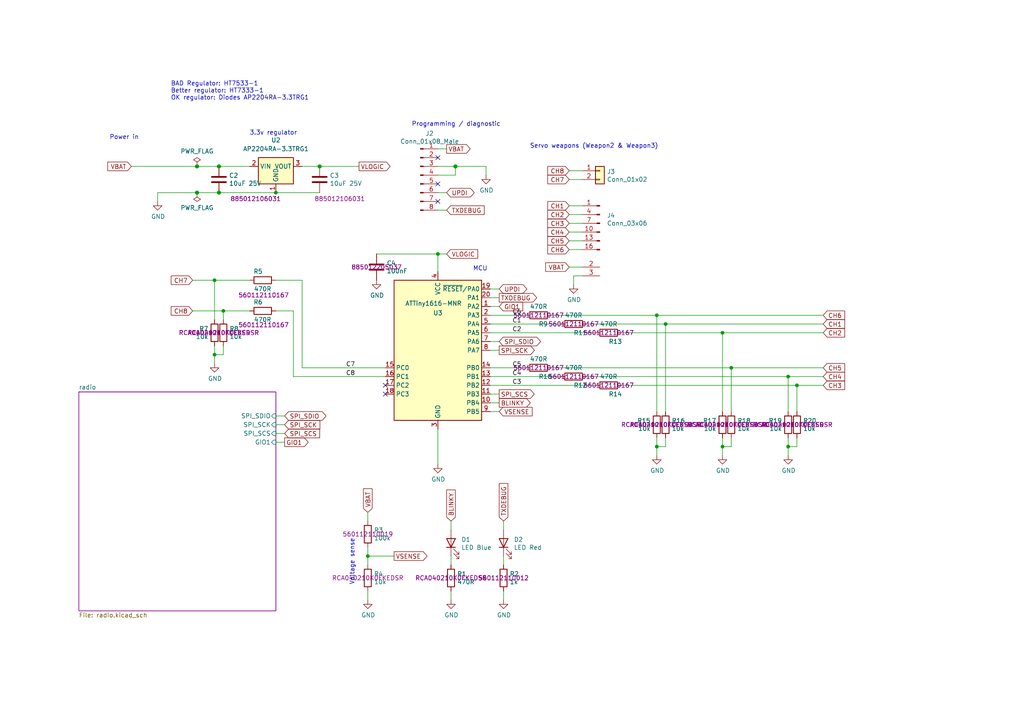
<source format=kicad_sch>
(kicad_sch
	(version 20250114)
	(generator "eeschema")
	(generator_version "9.0")
	(uuid "f41619e3-8cf2-4511-8a51-762d4de43197")
	(paper "A4")
	(title_block
		(title "Malenki-RX Proto 1")
		(date "2026-01-03")
		(company "Steve Barnett")
	)
	(lib_symbols
		(symbol "Connector:Conn_01x08_Male"
			(pin_names
				(offset 1.016)
				(hide yes)
			)
			(exclude_from_sim no)
			(in_bom yes)
			(on_board yes)
			(property "Reference" "J"
				(at 0 10.16 0)
				(effects
					(font
						(size 1.27 1.27)
					)
				)
			)
			(property "Value" "Conn_01x08_Male"
				(at 0 -12.7 0)
				(effects
					(font
						(size 1.27 1.27)
					)
				)
			)
			(property "Footprint" ""
				(at 0 0 0)
				(effects
					(font
						(size 1.27 1.27)
					)
					(hide yes)
				)
			)
			(property "Datasheet" "~"
				(at 0 0 0)
				(effects
					(font
						(size 1.27 1.27)
					)
					(hide yes)
				)
			)
			(property "Description" "Generic connector, single row, 01x08, script generated (kicad-library-utils/schlib/autogen/connector/)"
				(at 0 0 0)
				(effects
					(font
						(size 1.27 1.27)
					)
					(hide yes)
				)
			)
			(property "ki_keywords" "connector"
				(at 0 0 0)
				(effects
					(font
						(size 1.27 1.27)
					)
					(hide yes)
				)
			)
			(property "ki_fp_filters" "Connector*:*_1x??_*"
				(at 0 0 0)
				(effects
					(font
						(size 1.27 1.27)
					)
					(hide yes)
				)
			)
			(symbol "Conn_01x08_Male_1_1"
				(rectangle
					(start 0.8636 7.747)
					(end 0 7.493)
					(stroke
						(width 0.1524)
						(type default)
					)
					(fill
						(type outline)
					)
				)
				(rectangle
					(start 0.8636 5.207)
					(end 0 4.953)
					(stroke
						(width 0.1524)
						(type default)
					)
					(fill
						(type outline)
					)
				)
				(rectangle
					(start 0.8636 2.667)
					(end 0 2.413)
					(stroke
						(width 0.1524)
						(type default)
					)
					(fill
						(type outline)
					)
				)
				(rectangle
					(start 0.8636 0.127)
					(end 0 -0.127)
					(stroke
						(width 0.1524)
						(type default)
					)
					(fill
						(type outline)
					)
				)
				(rectangle
					(start 0.8636 -2.413)
					(end 0 -2.667)
					(stroke
						(width 0.1524)
						(type default)
					)
					(fill
						(type outline)
					)
				)
				(rectangle
					(start 0.8636 -4.953)
					(end 0 -5.207)
					(stroke
						(width 0.1524)
						(type default)
					)
					(fill
						(type outline)
					)
				)
				(rectangle
					(start 0.8636 -7.493)
					(end 0 -7.747)
					(stroke
						(width 0.1524)
						(type default)
					)
					(fill
						(type outline)
					)
				)
				(rectangle
					(start 0.8636 -10.033)
					(end 0 -10.287)
					(stroke
						(width 0.1524)
						(type default)
					)
					(fill
						(type outline)
					)
				)
				(polyline
					(pts
						(xy 1.27 7.62) (xy 0.8636 7.62)
					)
					(stroke
						(width 0.1524)
						(type default)
					)
					(fill
						(type none)
					)
				)
				(polyline
					(pts
						(xy 1.27 5.08) (xy 0.8636 5.08)
					)
					(stroke
						(width 0.1524)
						(type default)
					)
					(fill
						(type none)
					)
				)
				(polyline
					(pts
						(xy 1.27 2.54) (xy 0.8636 2.54)
					)
					(stroke
						(width 0.1524)
						(type default)
					)
					(fill
						(type none)
					)
				)
				(polyline
					(pts
						(xy 1.27 0) (xy 0.8636 0)
					)
					(stroke
						(width 0.1524)
						(type default)
					)
					(fill
						(type none)
					)
				)
				(polyline
					(pts
						(xy 1.27 -2.54) (xy 0.8636 -2.54)
					)
					(stroke
						(width 0.1524)
						(type default)
					)
					(fill
						(type none)
					)
				)
				(polyline
					(pts
						(xy 1.27 -5.08) (xy 0.8636 -5.08)
					)
					(stroke
						(width 0.1524)
						(type default)
					)
					(fill
						(type none)
					)
				)
				(polyline
					(pts
						(xy 1.27 -7.62) (xy 0.8636 -7.62)
					)
					(stroke
						(width 0.1524)
						(type default)
					)
					(fill
						(type none)
					)
				)
				(polyline
					(pts
						(xy 1.27 -10.16) (xy 0.8636 -10.16)
					)
					(stroke
						(width 0.1524)
						(type default)
					)
					(fill
						(type none)
					)
				)
				(pin passive line
					(at 5.08 7.62 180)
					(length 3.81)
					(name "Pin_1"
						(effects
							(font
								(size 1.27 1.27)
							)
						)
					)
					(number "1"
						(effects
							(font
								(size 1.27 1.27)
							)
						)
					)
				)
				(pin passive line
					(at 5.08 5.08 180)
					(length 3.81)
					(name "Pin_2"
						(effects
							(font
								(size 1.27 1.27)
							)
						)
					)
					(number "2"
						(effects
							(font
								(size 1.27 1.27)
							)
						)
					)
				)
				(pin passive line
					(at 5.08 2.54 180)
					(length 3.81)
					(name "Pin_3"
						(effects
							(font
								(size 1.27 1.27)
							)
						)
					)
					(number "3"
						(effects
							(font
								(size 1.27 1.27)
							)
						)
					)
				)
				(pin passive line
					(at 5.08 0 180)
					(length 3.81)
					(name "Pin_4"
						(effects
							(font
								(size 1.27 1.27)
							)
						)
					)
					(number "4"
						(effects
							(font
								(size 1.27 1.27)
							)
						)
					)
				)
				(pin passive line
					(at 5.08 -2.54 180)
					(length 3.81)
					(name "Pin_5"
						(effects
							(font
								(size 1.27 1.27)
							)
						)
					)
					(number "5"
						(effects
							(font
								(size 1.27 1.27)
							)
						)
					)
				)
				(pin passive line
					(at 5.08 -5.08 180)
					(length 3.81)
					(name "Pin_6"
						(effects
							(font
								(size 1.27 1.27)
							)
						)
					)
					(number "6"
						(effects
							(font
								(size 1.27 1.27)
							)
						)
					)
				)
				(pin passive line
					(at 5.08 -7.62 180)
					(length 3.81)
					(name "Pin_7"
						(effects
							(font
								(size 1.27 1.27)
							)
						)
					)
					(number "7"
						(effects
							(font
								(size 1.27 1.27)
							)
						)
					)
				)
				(pin passive line
					(at 5.08 -10.16 180)
					(length 3.81)
					(name "Pin_8"
						(effects
							(font
								(size 1.27 1.27)
							)
						)
					)
					(number "8"
						(effects
							(font
								(size 1.27 1.27)
							)
						)
					)
				)
			)
			(embedded_fonts no)
		)
		(symbol "Connector_Generic:Conn_01x02"
			(pin_names
				(offset 1.016)
				(hide yes)
			)
			(exclude_from_sim no)
			(in_bom yes)
			(on_board yes)
			(property "Reference" "J"
				(at 0 2.54 0)
				(effects
					(font
						(size 1.27 1.27)
					)
				)
			)
			(property "Value" "Conn_01x02"
				(at 0 -5.08 0)
				(effects
					(font
						(size 1.27 1.27)
					)
				)
			)
			(property "Footprint" ""
				(at 0 0 0)
				(effects
					(font
						(size 1.27 1.27)
					)
					(hide yes)
				)
			)
			(property "Datasheet" "~"
				(at 0 0 0)
				(effects
					(font
						(size 1.27 1.27)
					)
					(hide yes)
				)
			)
			(property "Description" "Generic connector, single row, 01x02, script generated (kicad-library-utils/schlib/autogen/connector/)"
				(at 0 0 0)
				(effects
					(font
						(size 1.27 1.27)
					)
					(hide yes)
				)
			)
			(property "ki_keywords" "connector"
				(at 0 0 0)
				(effects
					(font
						(size 1.27 1.27)
					)
					(hide yes)
				)
			)
			(property "ki_fp_filters" "Connector*:*_1x??_*"
				(at 0 0 0)
				(effects
					(font
						(size 1.27 1.27)
					)
					(hide yes)
				)
			)
			(symbol "Conn_01x02_1_1"
				(rectangle
					(start -1.27 1.27)
					(end 1.27 -3.81)
					(stroke
						(width 0.254)
						(type default)
					)
					(fill
						(type background)
					)
				)
				(rectangle
					(start -1.27 0.127)
					(end 0 -0.127)
					(stroke
						(width 0.1524)
						(type default)
					)
					(fill
						(type none)
					)
				)
				(rectangle
					(start -1.27 -2.413)
					(end 0 -2.667)
					(stroke
						(width 0.1524)
						(type default)
					)
					(fill
						(type none)
					)
				)
				(pin passive line
					(at -5.08 0 0)
					(length 3.81)
					(name "Pin_1"
						(effects
							(font
								(size 1.27 1.27)
							)
						)
					)
					(number "1"
						(effects
							(font
								(size 1.27 1.27)
							)
						)
					)
				)
				(pin passive line
					(at -5.08 -2.54 0)
					(length 3.81)
					(name "Pin_2"
						(effects
							(font
								(size 1.27 1.27)
							)
						)
					)
					(number "2"
						(effects
							(font
								(size 1.27 1.27)
							)
						)
					)
				)
			)
			(embedded_fonts no)
		)
		(symbol "Device:LED"
			(pin_numbers
				(hide yes)
			)
			(pin_names
				(offset 1.016)
				(hide yes)
			)
			(exclude_from_sim no)
			(in_bom yes)
			(on_board yes)
			(property "Reference" "D"
				(at 0 2.54 0)
				(effects
					(font
						(size 1.27 1.27)
					)
				)
			)
			(property "Value" "LED"
				(at 0 -2.54 0)
				(effects
					(font
						(size 1.27 1.27)
					)
				)
			)
			(property "Footprint" ""
				(at 0 0 0)
				(effects
					(font
						(size 1.27 1.27)
					)
					(hide yes)
				)
			)
			(property "Datasheet" "~"
				(at 0 0 0)
				(effects
					(font
						(size 1.27 1.27)
					)
					(hide yes)
				)
			)
			(property "Description" "Light emitting diode"
				(at 0 0 0)
				(effects
					(font
						(size 1.27 1.27)
					)
					(hide yes)
				)
			)
			(property "ki_keywords" "LED diode"
				(at 0 0 0)
				(effects
					(font
						(size 1.27 1.27)
					)
					(hide yes)
				)
			)
			(property "ki_fp_filters" "LED* LED_SMD:* LED_THT:*"
				(at 0 0 0)
				(effects
					(font
						(size 1.27 1.27)
					)
					(hide yes)
				)
			)
			(symbol "LED_0_1"
				(polyline
					(pts
						(xy -3.048 -0.762) (xy -4.572 -2.286) (xy -3.81 -2.286) (xy -4.572 -2.286) (xy -4.572 -1.524)
					)
					(stroke
						(width 0)
						(type default)
					)
					(fill
						(type none)
					)
				)
				(polyline
					(pts
						(xy -1.778 -0.762) (xy -3.302 -2.286) (xy -2.54 -2.286) (xy -3.302 -2.286) (xy -3.302 -1.524)
					)
					(stroke
						(width 0)
						(type default)
					)
					(fill
						(type none)
					)
				)
				(polyline
					(pts
						(xy -1.27 0) (xy 1.27 0)
					)
					(stroke
						(width 0)
						(type default)
					)
					(fill
						(type none)
					)
				)
				(polyline
					(pts
						(xy -1.27 -1.27) (xy -1.27 1.27)
					)
					(stroke
						(width 0.254)
						(type default)
					)
					(fill
						(type none)
					)
				)
				(polyline
					(pts
						(xy 1.27 -1.27) (xy 1.27 1.27) (xy -1.27 0) (xy 1.27 -1.27)
					)
					(stroke
						(width 0.254)
						(type default)
					)
					(fill
						(type none)
					)
				)
			)
			(symbol "LED_1_1"
				(pin passive line
					(at -3.81 0 0)
					(length 2.54)
					(name "K"
						(effects
							(font
								(size 1.27 1.27)
							)
						)
					)
					(number "1"
						(effects
							(font
								(size 1.27 1.27)
							)
						)
					)
				)
				(pin passive line
					(at 3.81 0 180)
					(length 2.54)
					(name "A"
						(effects
							(font
								(size 1.27 1.27)
							)
						)
					)
					(number "2"
						(effects
							(font
								(size 1.27 1.27)
							)
						)
					)
				)
			)
			(embedded_fonts no)
		)
		(symbol "MCU_Microchip_ATtiny:ATtiny1616-M"
			(exclude_from_sim no)
			(in_bom yes)
			(on_board yes)
			(property "Reference" "U"
				(at -12.7 21.59 0)
				(effects
					(font
						(size 1.27 1.27)
					)
					(justify left bottom)
				)
			)
			(property "Value" "ATtiny1616-M"
				(at 2.54 -21.59 0)
				(effects
					(font
						(size 1.27 1.27)
					)
					(justify left top)
				)
			)
			(property "Footprint" "Package_DFN_QFN:VQFN-20-1EP_3x3mm_P0.4mm_EP1.7x1.7mm"
				(at 0 0 0)
				(effects
					(font
						(size 1.27 1.27)
						(italic yes)
					)
					(hide yes)
				)
			)
			(property "Datasheet" "http://ww1.microchip.com/downloads/en/DeviceDoc/ATtiny3216_ATtiny1616-data-sheet-40001997B.pdf"
				(at 0 0 0)
				(effects
					(font
						(size 1.27 1.27)
					)
					(hide yes)
				)
			)
			(property "Description" "20MHz, 16kB Flash, 2kB SRAM, 256B EEPROM, VQFN-20"
				(at 0 0 0)
				(effects
					(font
						(size 1.27 1.27)
					)
					(hide yes)
				)
			)
			(property "ki_keywords" "AVR 8bit Microcontroller tinyAVR"
				(at 0 0 0)
				(effects
					(font
						(size 1.27 1.27)
					)
					(hide yes)
				)
			)
			(property "ki_fp_filters" "VQFN*1EP*3x3mm*P0.4mm*"
				(at 0 0 0)
				(effects
					(font
						(size 1.27 1.27)
					)
					(hide yes)
				)
			)
			(symbol "ATtiny1616-M_0_1"
				(rectangle
					(start -12.7 -20.32)
					(end 12.7 20.32)
					(stroke
						(width 0.254)
						(type default)
					)
					(fill
						(type background)
					)
				)
			)
			(symbol "ATtiny1616-M_1_1"
				(pin bidirectional line
					(at -15.24 -5.08 0)
					(length 2.54)
					(name "PC0"
						(effects
							(font
								(size 1.27 1.27)
							)
						)
					)
					(number "15"
						(effects
							(font
								(size 1.27 1.27)
							)
						)
					)
				)
				(pin bidirectional line
					(at -15.24 -7.62 0)
					(length 2.54)
					(name "PC1"
						(effects
							(font
								(size 1.27 1.27)
							)
						)
					)
					(number "16"
						(effects
							(font
								(size 1.27 1.27)
							)
						)
					)
				)
				(pin bidirectional line
					(at -15.24 -10.16 0)
					(length 2.54)
					(name "PC2"
						(effects
							(font
								(size 1.27 1.27)
							)
						)
					)
					(number "17"
						(effects
							(font
								(size 1.27 1.27)
							)
						)
					)
				)
				(pin bidirectional line
					(at -15.24 -12.7 0)
					(length 2.54)
					(name "PC3"
						(effects
							(font
								(size 1.27 1.27)
							)
						)
					)
					(number "18"
						(effects
							(font
								(size 1.27 1.27)
							)
						)
					)
				)
				(pin power_in line
					(at 0 22.86 270)
					(length 2.54)
					(name "VCC"
						(effects
							(font
								(size 1.27 1.27)
							)
						)
					)
					(number "4"
						(effects
							(font
								(size 1.27 1.27)
							)
						)
					)
				)
				(pin passive line
					(at 0 -22.86 90)
					(length 2.54)
					(hide yes)
					(name "GND"
						(effects
							(font
								(size 1.27 1.27)
							)
						)
					)
					(number "21"
						(effects
							(font
								(size 1.27 1.27)
							)
						)
					)
				)
				(pin power_in line
					(at 0 -22.86 90)
					(length 2.54)
					(name "GND"
						(effects
							(font
								(size 1.27 1.27)
							)
						)
					)
					(number "3"
						(effects
							(font
								(size 1.27 1.27)
							)
						)
					)
				)
				(pin bidirectional line
					(at 15.24 17.78 180)
					(length 2.54)
					(name "~{RESET}/PA0"
						(effects
							(font
								(size 1.27 1.27)
							)
						)
					)
					(number "19"
						(effects
							(font
								(size 1.27 1.27)
							)
						)
					)
				)
				(pin bidirectional line
					(at 15.24 15.24 180)
					(length 2.54)
					(name "PA1"
						(effects
							(font
								(size 1.27 1.27)
							)
						)
					)
					(number "20"
						(effects
							(font
								(size 1.27 1.27)
							)
						)
					)
				)
				(pin bidirectional line
					(at 15.24 12.7 180)
					(length 2.54)
					(name "PA2"
						(effects
							(font
								(size 1.27 1.27)
							)
						)
					)
					(number "1"
						(effects
							(font
								(size 1.27 1.27)
							)
						)
					)
				)
				(pin bidirectional line
					(at 15.24 10.16 180)
					(length 2.54)
					(name "PA3"
						(effects
							(font
								(size 1.27 1.27)
							)
						)
					)
					(number "2"
						(effects
							(font
								(size 1.27 1.27)
							)
						)
					)
				)
				(pin bidirectional line
					(at 15.24 7.62 180)
					(length 2.54)
					(name "PA4"
						(effects
							(font
								(size 1.27 1.27)
							)
						)
					)
					(number "5"
						(effects
							(font
								(size 1.27 1.27)
							)
						)
					)
				)
				(pin bidirectional line
					(at 15.24 5.08 180)
					(length 2.54)
					(name "PA5"
						(effects
							(font
								(size 1.27 1.27)
							)
						)
					)
					(number "6"
						(effects
							(font
								(size 1.27 1.27)
							)
						)
					)
				)
				(pin bidirectional line
					(at 15.24 2.54 180)
					(length 2.54)
					(name "PA6"
						(effects
							(font
								(size 1.27 1.27)
							)
						)
					)
					(number "7"
						(effects
							(font
								(size 1.27 1.27)
							)
						)
					)
				)
				(pin bidirectional line
					(at 15.24 0 180)
					(length 2.54)
					(name "PA7"
						(effects
							(font
								(size 1.27 1.27)
							)
						)
					)
					(number "8"
						(effects
							(font
								(size 1.27 1.27)
							)
						)
					)
				)
				(pin bidirectional line
					(at 15.24 -5.08 180)
					(length 2.54)
					(name "PB0"
						(effects
							(font
								(size 1.27 1.27)
							)
						)
					)
					(number "14"
						(effects
							(font
								(size 1.27 1.27)
							)
						)
					)
				)
				(pin bidirectional line
					(at 15.24 -7.62 180)
					(length 2.54)
					(name "PB1"
						(effects
							(font
								(size 1.27 1.27)
							)
						)
					)
					(number "13"
						(effects
							(font
								(size 1.27 1.27)
							)
						)
					)
				)
				(pin bidirectional line
					(at 15.24 -10.16 180)
					(length 2.54)
					(name "PB2"
						(effects
							(font
								(size 1.27 1.27)
							)
						)
					)
					(number "12"
						(effects
							(font
								(size 1.27 1.27)
							)
						)
					)
				)
				(pin bidirectional line
					(at 15.24 -12.7 180)
					(length 2.54)
					(name "PB3"
						(effects
							(font
								(size 1.27 1.27)
							)
						)
					)
					(number "11"
						(effects
							(font
								(size 1.27 1.27)
							)
						)
					)
				)
				(pin bidirectional line
					(at 15.24 -15.24 180)
					(length 2.54)
					(name "PB4"
						(effects
							(font
								(size 1.27 1.27)
							)
						)
					)
					(number "10"
						(effects
							(font
								(size 1.27 1.27)
							)
						)
					)
				)
				(pin bidirectional line
					(at 15.24 -17.78 180)
					(length 2.54)
					(name "PB5"
						(effects
							(font
								(size 1.27 1.27)
							)
						)
					)
					(number "9"
						(effects
							(font
								(size 1.27 1.27)
							)
						)
					)
				)
			)
			(embedded_fonts no)
		)
		(symbol "Regulator_Linear:HT75xx-1-SOT89"
			(exclude_from_sim no)
			(in_bom yes)
			(on_board yes)
			(property "Reference" "U"
				(at -5.08 -3.81 0)
				(effects
					(font
						(size 1.27 1.27)
					)
					(justify left)
				)
			)
			(property "Value" "HT75xx-1-SOT89"
				(at 0 6.35 0)
				(effects
					(font
						(size 1.27 1.27)
					)
				)
			)
			(property "Footprint" "Package_TO_SOT_SMD:SOT-89-3"
				(at 0 8.255 0)
				(effects
					(font
						(size 1.27 1.27)
						(italic yes)
					)
					(hide yes)
				)
			)
			(property "Datasheet" "https://www.holtek.com/documents/10179/116711/HT75xx-1v250.pdf"
				(at 0 2.54 0)
				(effects
					(font
						(size 1.27 1.27)
					)
					(hide yes)
				)
			)
			(property "Description" "100mA Low Dropout Voltage Regulator, Fixed Output, SOT89"
				(at 0 0 0)
				(effects
					(font
						(size 1.27 1.27)
					)
					(hide yes)
				)
			)
			(property "ki_keywords" "100mA LDO Regulator Fixed Positive"
				(at 0 0 0)
				(effects
					(font
						(size 1.27 1.27)
					)
					(hide yes)
				)
			)
			(property "ki_fp_filters" "SOT?89*"
				(at 0 0 0)
				(effects
					(font
						(size 1.27 1.27)
					)
					(hide yes)
				)
			)
			(symbol "HT75xx-1-SOT89_0_1"
				(rectangle
					(start -5.08 5.08)
					(end 5.08 -2.54)
					(stroke
						(width 0.254)
						(type default)
					)
					(fill
						(type background)
					)
				)
			)
			(symbol "HT75xx-1-SOT89_1_1"
				(pin power_in line
					(at -7.62 2.54 0)
					(length 2.54)
					(name "VIN"
						(effects
							(font
								(size 1.27 1.27)
							)
						)
					)
					(number "2"
						(effects
							(font
								(size 1.27 1.27)
							)
						)
					)
				)
				(pin power_in line
					(at 0 -5.08 90)
					(length 2.54)
					(name "GND"
						(effects
							(font
								(size 1.27 1.27)
							)
						)
					)
					(number "1"
						(effects
							(font
								(size 1.27 1.27)
							)
						)
					)
				)
				(pin power_out line
					(at 7.62 2.54 180)
					(length 2.54)
					(name "VOUT"
						(effects
							(font
								(size 1.27 1.27)
							)
						)
					)
					(number "3"
						(effects
							(font
								(size 1.27 1.27)
							)
						)
					)
				)
			)
			(embedded_fonts no)
		)
		(symbol "malenki-nano-rescue:C-Device"
			(pin_numbers
				(hide yes)
			)
			(pin_names
				(offset 0.254)
			)
			(exclude_from_sim no)
			(in_bom yes)
			(on_board yes)
			(property "Reference" "C"
				(at 0.635 2.54 0)
				(effects
					(font
						(size 1.27 1.27)
					)
					(justify left)
				)
			)
			(property "Value" "C-Device"
				(at 0.635 -2.54 0)
				(effects
					(font
						(size 1.27 1.27)
					)
					(justify left)
				)
			)
			(property "Footprint" ""
				(at 0.9652 -3.81 0)
				(effects
					(font
						(size 1.27 1.27)
					)
					(hide yes)
				)
			)
			(property "Datasheet" ""
				(at 0 0 0)
				(effects
					(font
						(size 1.27 1.27)
					)
					(hide yes)
				)
			)
			(property "Description" ""
				(at 0 0 0)
				(effects
					(font
						(size 1.27 1.27)
					)
					(hide yes)
				)
			)
			(property "ki_fp_filters" "C_*"
				(at 0 0 0)
				(effects
					(font
						(size 1.27 1.27)
					)
					(hide yes)
				)
			)
			(symbol "C-Device_0_1"
				(polyline
					(pts
						(xy -2.032 0.762) (xy 2.032 0.762)
					)
					(stroke
						(width 0.508)
						(type default)
					)
					(fill
						(type none)
					)
				)
				(polyline
					(pts
						(xy -2.032 -0.762) (xy 2.032 -0.762)
					)
					(stroke
						(width 0.508)
						(type default)
					)
					(fill
						(type none)
					)
				)
			)
			(symbol "C-Device_1_1"
				(pin passive line
					(at 0 3.81 270)
					(length 2.794)
					(name "~"
						(effects
							(font
								(size 1.27 1.27)
							)
						)
					)
					(number "1"
						(effects
							(font
								(size 1.27 1.27)
							)
						)
					)
				)
				(pin passive line
					(at 0 -3.81 90)
					(length 2.794)
					(name "~"
						(effects
							(font
								(size 1.27 1.27)
							)
						)
					)
					(number "2"
						(effects
							(font
								(size 1.27 1.27)
							)
						)
					)
				)
			)
			(embedded_fonts no)
		)
		(symbol "malenki-nano-rescue:GND-power"
			(power)
			(pin_names
				(offset 0)
			)
			(exclude_from_sim no)
			(in_bom yes)
			(on_board yes)
			(property "Reference" "#PWR"
				(at 0 -6.35 0)
				(effects
					(font
						(size 1.27 1.27)
					)
					(hide yes)
				)
			)
			(property "Value" "GND-power"
				(at 0 -3.81 0)
				(effects
					(font
						(size 1.27 1.27)
					)
				)
			)
			(property "Footprint" ""
				(at 0 0 0)
				(effects
					(font
						(size 1.27 1.27)
					)
					(hide yes)
				)
			)
			(property "Datasheet" ""
				(at 0 0 0)
				(effects
					(font
						(size 1.27 1.27)
					)
					(hide yes)
				)
			)
			(property "Description" ""
				(at 0 0 0)
				(effects
					(font
						(size 1.27 1.27)
					)
					(hide yes)
				)
			)
			(symbol "GND-power_0_1"
				(polyline
					(pts
						(xy 0 0) (xy 0 -1.27) (xy 1.27 -1.27) (xy 0 -2.54) (xy -1.27 -1.27) (xy 0 -1.27)
					)
					(stroke
						(width 0)
						(type default)
					)
					(fill
						(type none)
					)
				)
			)
			(symbol "GND-power_1_1"
				(pin power_in line
					(at 0 0 270)
					(length 0)
					(hide yes)
					(name "GND"
						(effects
							(font
								(size 1.27 1.27)
							)
						)
					)
					(number "1"
						(effects
							(font
								(size 1.27 1.27)
							)
						)
					)
				)
			)
			(embedded_fonts no)
		)
		(symbol "malenki-nano-rescue:PWR_FLAG-power"
			(power)
			(pin_numbers
				(hide yes)
			)
			(pin_names
				(offset 0)
				(hide yes)
			)
			(exclude_from_sim no)
			(in_bom yes)
			(on_board yes)
			(property "Reference" "#FLG"
				(at 0 1.905 0)
				(effects
					(font
						(size 1.27 1.27)
					)
					(hide yes)
				)
			)
			(property "Value" "PWR_FLAG-power"
				(at 0 3.81 0)
				(effects
					(font
						(size 1.27 1.27)
					)
				)
			)
			(property "Footprint" ""
				(at 0 0 0)
				(effects
					(font
						(size 1.27 1.27)
					)
					(hide yes)
				)
			)
			(property "Datasheet" ""
				(at 0 0 0)
				(effects
					(font
						(size 1.27 1.27)
					)
					(hide yes)
				)
			)
			(property "Description" ""
				(at 0 0 0)
				(effects
					(font
						(size 1.27 1.27)
					)
					(hide yes)
				)
			)
			(symbol "PWR_FLAG-power_0_0"
				(pin power_out line
					(at 0 0 90)
					(length 0)
					(name "pwr"
						(effects
							(font
								(size 1.27 1.27)
							)
						)
					)
					(number "1"
						(effects
							(font
								(size 1.27 1.27)
							)
						)
					)
				)
			)
			(symbol "PWR_FLAG-power_0_1"
				(polyline
					(pts
						(xy 0 0) (xy 0 1.27) (xy -1.016 1.905) (xy 0 2.54) (xy 1.016 1.905) (xy 0 1.27)
					)
					(stroke
						(width 0)
						(type default)
					)
					(fill
						(type none)
					)
				)
			)
			(embedded_fonts no)
		)
		(symbol "malenki-nano-rescue:R-Device"
			(pin_numbers
				(hide yes)
			)
			(pin_names
				(offset 0)
			)
			(exclude_from_sim no)
			(in_bom yes)
			(on_board yes)
			(property "Reference" "R"
				(at 2.032 0 90)
				(effects
					(font
						(size 1.27 1.27)
					)
				)
			)
			(property "Value" "R-Device"
				(at 0 0 90)
				(effects
					(font
						(size 1.27 1.27)
					)
				)
			)
			(property "Footprint" ""
				(at -1.778 0 90)
				(effects
					(font
						(size 1.27 1.27)
					)
					(hide yes)
				)
			)
			(property "Datasheet" ""
				(at 0 0 0)
				(effects
					(font
						(size 1.27 1.27)
					)
					(hide yes)
				)
			)
			(property "Description" ""
				(at 0 0 0)
				(effects
					(font
						(size 1.27 1.27)
					)
					(hide yes)
				)
			)
			(property "ki_fp_filters" "R_*"
				(at 0 0 0)
				(effects
					(font
						(size 1.27 1.27)
					)
					(hide yes)
				)
			)
			(symbol "R-Device_0_1"
				(rectangle
					(start -1.016 -2.54)
					(end 1.016 2.54)
					(stroke
						(width 0.254)
						(type default)
					)
					(fill
						(type none)
					)
				)
			)
			(symbol "R-Device_1_1"
				(pin passive line
					(at 0 3.81 270)
					(length 1.27)
					(name "~"
						(effects
							(font
								(size 1.27 1.27)
							)
						)
					)
					(number "1"
						(effects
							(font
								(size 1.27 1.27)
							)
						)
					)
				)
				(pin passive line
					(at 0 -3.81 90)
					(length 1.27)
					(name "~"
						(effects
							(font
								(size 1.27 1.27)
							)
						)
					)
					(number "2"
						(effects
							(font
								(size 1.27 1.27)
							)
						)
					)
				)
			)
			(embedded_fonts no)
		)
		(symbol "moop-items:Conn_Servo_03x06"
			(pin_names
				(offset 1.016)
				(hide yes)
			)
			(exclude_from_sim no)
			(in_bom yes)
			(on_board yes)
			(property "Reference" "J4"
				(at -2.032 2.286 0)
				(effects
					(font
						(size 1.27 1.27)
					)
					(justify right)
				)
			)
			(property "Value" "Conn_03x06"
				(at -2.032 0 0)
				(effects
					(font
						(size 1.27 1.27)
					)
					(justify right)
				)
			)
			(property "Footprint" "new-moop-items:ServoHeader_3x06_P2.54mm_Vertical"
				(at 0 0 0)
				(effects
					(font
						(size 1.27 1.27)
					)
					(hide yes)
				)
			)
			(property "Datasheet" "~"
				(at 0 0 0)
				(effects
					(font
						(size 1.27 1.27)
					)
					(hide yes)
				)
			)
			(property "Description" "Generic connector, single row, 01x06, script generated (kicad-library-utils/schlib/autogen/connector/)"
				(at 0 0 0)
				(effects
					(font
						(size 1.27 1.27)
					)
					(hide yes)
				)
			)
			(property "ki_keywords" "connector"
				(at 0 0 0)
				(effects
					(font
						(size 1.27 1.27)
					)
					(hide yes)
				)
			)
			(property "ki_fp_filters" "Connector*:*_1x??_*"
				(at 0 0 0)
				(effects
					(font
						(size 1.27 1.27)
					)
					(hide yes)
				)
			)
			(symbol "Conn_Servo_03x06_1_0"
				(pin passive line
					(at 5.08 -12.7 180)
					(length 2.54)
					(hide yes)
					(name "V_4"
						(effects
							(font
								(size 1.27 1.27)
							)
						)
					)
					(number "11"
						(effects
							(font
								(size 1.27 1.27)
							)
						)
					)
				)
				(pin passive line
					(at 5.08 -12.7 180)
					(length 2.54)
					(hide yes)
					(name "V_5"
						(effects
							(font
								(size 1.27 1.27)
							)
						)
					)
					(number "14"
						(effects
							(font
								(size 1.27 1.27)
							)
						)
					)
				)
				(pin passive line
					(at 5.08 -12.7 180)
					(length 2.54)
					(hide yes)
					(name "V_6"
						(effects
							(font
								(size 1.27 1.27)
							)
						)
					)
					(number "17"
						(effects
							(font
								(size 1.27 1.27)
							)
						)
					)
				)
				(pin passive line
					(at 5.08 -12.7 180)
					(length 5.08)
					(name "V_1"
						(effects
							(font
								(size 1.27 1.27)
							)
						)
					)
					(number "2"
						(effects
							(font
								(size 1.27 1.27)
							)
						)
					)
				)
				(pin passive line
					(at 5.08 -12.7 180)
					(length 2.54)
					(hide yes)
					(name "V_2"
						(effects
							(font
								(size 1.27 1.27)
							)
						)
					)
					(number "5"
						(effects
							(font
								(size 1.27 1.27)
							)
						)
					)
				)
				(pin passive line
					(at 5.08 -12.7 180)
					(length 2.54)
					(hide yes)
					(name "V_3"
						(effects
							(font
								(size 1.27 1.27)
							)
						)
					)
					(number "8"
						(effects
							(font
								(size 1.27 1.27)
							)
						)
					)
				)
				(pin passive line
					(at 5.08 -15.24 180)
					(length 2.54)
					(hide yes)
					(name "GND_4"
						(effects
							(font
								(size 1.27 1.27)
							)
						)
					)
					(number "12"
						(effects
							(font
								(size 1.27 1.27)
							)
						)
					)
				)
				(pin passive line
					(at 5.08 -15.24 180)
					(length 2.54)
					(hide yes)
					(name "GND_5"
						(effects
							(font
								(size 1.27 1.27)
							)
						)
					)
					(number "15"
						(effects
							(font
								(size 1.27 1.27)
							)
						)
					)
				)
				(pin passive line
					(at 5.08 -15.24 180)
					(length 2.54)
					(hide yes)
					(name "GND_6"
						(effects
							(font
								(size 1.27 1.27)
							)
						)
					)
					(number "18"
						(effects
							(font
								(size 1.27 1.27)
							)
						)
					)
				)
				(pin passive line
					(at 5.08 -15.24 180)
					(length 5.08)
					(name "GND_1"
						(effects
							(font
								(size 1.27 1.27)
							)
						)
					)
					(number "3"
						(effects
							(font
								(size 1.27 1.27)
							)
						)
					)
				)
				(pin passive line
					(at 5.08 -15.24 180)
					(length 2.54)
					(hide yes)
					(name "GND_2"
						(effects
							(font
								(size 1.27 1.27)
							)
						)
					)
					(number "6"
						(effects
							(font
								(size 1.27 1.27)
							)
						)
					)
				)
				(pin passive line
					(at 5.08 -15.24 180)
					(length 2.54)
					(hide yes)
					(name "GND_3"
						(effects
							(font
								(size 1.27 1.27)
							)
						)
					)
					(number "9"
						(effects
							(font
								(size 1.27 1.27)
							)
						)
					)
				)
			)
			(symbol "Conn_Servo_03x06_1_1"
				(rectangle
					(start 0.8636 5.207)
					(end 0 4.953)
					(stroke
						(width 0.1524)
						(type default)
					)
					(fill
						(type outline)
					)
				)
				(rectangle
					(start 0.8636 2.667)
					(end 0 2.413)
					(stroke
						(width 0.1524)
						(type default)
					)
					(fill
						(type outline)
					)
				)
				(rectangle
					(start 0.8636 0.127)
					(end 0 -0.127)
					(stroke
						(width 0.1524)
						(type default)
					)
					(fill
						(type outline)
					)
				)
				(rectangle
					(start 0.8636 -2.413)
					(end 0 -2.667)
					(stroke
						(width 0.1524)
						(type default)
					)
					(fill
						(type outline)
					)
				)
				(rectangle
					(start 0.8636 -4.953)
					(end 0 -5.207)
					(stroke
						(width 0.1524)
						(type default)
					)
					(fill
						(type outline)
					)
				)
				(rectangle
					(start 0.8636 -7.493)
					(end 0 -7.747)
					(stroke
						(width 0.1524)
						(type default)
					)
					(fill
						(type outline)
					)
				)
				(polyline
					(pts
						(xy 1.27 5.08) (xy 0.8636 5.08)
					)
					(stroke
						(width 0.1524)
						(type default)
					)
					(fill
						(type none)
					)
				)
				(polyline
					(pts
						(xy 1.27 2.54) (xy 0.8636 2.54)
					)
					(stroke
						(width 0.1524)
						(type default)
					)
					(fill
						(type none)
					)
				)
				(polyline
					(pts
						(xy 1.27 0) (xy 0.8636 0)
					)
					(stroke
						(width 0.1524)
						(type default)
					)
					(fill
						(type none)
					)
				)
				(polyline
					(pts
						(xy 1.27 -2.54) (xy 0.8636 -2.54)
					)
					(stroke
						(width 0.1524)
						(type default)
					)
					(fill
						(type none)
					)
				)
				(polyline
					(pts
						(xy 1.27 -5.08) (xy 0.8636 -5.08)
					)
					(stroke
						(width 0.1524)
						(type default)
					)
					(fill
						(type none)
					)
				)
				(polyline
					(pts
						(xy 1.27 -7.62) (xy 0.8636 -7.62)
					)
					(stroke
						(width 0.1524)
						(type default)
					)
					(fill
						(type none)
					)
				)
				(pin passive line
					(at 5.08 5.08 180)
					(length 3.81)
					(name "Sig_1"
						(effects
							(font
								(size 1.27 1.27)
							)
						)
					)
					(number "1"
						(effects
							(font
								(size 1.27 1.27)
							)
						)
					)
				)
				(pin passive line
					(at 5.08 2.54 180)
					(length 3.81)
					(name "Sig_2"
						(effects
							(font
								(size 1.27 1.27)
							)
						)
					)
					(number "4"
						(effects
							(font
								(size 1.27 1.27)
							)
						)
					)
				)
				(pin passive line
					(at 5.08 0 180)
					(length 3.81)
					(name "Sig_3"
						(effects
							(font
								(size 1.27 1.27)
							)
						)
					)
					(number "7"
						(effects
							(font
								(size 1.27 1.27)
							)
						)
					)
				)
				(pin passive line
					(at 5.08 -2.54 180)
					(length 3.81)
					(name "Sig_4"
						(effects
							(font
								(size 1.27 1.27)
							)
						)
					)
					(number "10"
						(effects
							(font
								(size 1.27 1.27)
							)
						)
					)
				)
				(pin passive line
					(at 5.08 -5.08 180)
					(length 3.81)
					(name "Sig_5"
						(effects
							(font
								(size 1.27 1.27)
							)
						)
					)
					(number "13"
						(effects
							(font
								(size 1.27 1.27)
							)
						)
					)
				)
				(pin passive line
					(at 5.08 -7.62 180)
					(length 3.81)
					(name "Sig_6"
						(effects
							(font
								(size 1.27 1.27)
							)
						)
					)
					(number "16"
						(effects
							(font
								(size 1.27 1.27)
							)
						)
					)
				)
			)
			(embedded_fonts no)
		)
	)
	(text "Voltage sense"
		(exclude_from_sim no)
		(at 102.87 156.21 90)
		(effects
			(font
				(size 1.27 1.27)
			)
			(justify right bottom)
		)
		(uuid "0bbe7ee7-7a2d-4701-899f-9215440cec8f")
	)
	(text "Power in"
		(exclude_from_sim no)
		(at 31.75 40.64 0)
		(effects
			(font
				(size 1.27 1.27)
			)
			(justify left bottom)
		)
		(uuid "2953a045-7843-4fbc-b769-b93adec642b3")
	)
	(text "Servo weapons (Weapon2 & Weapon3)"
		(exclude_from_sim no)
		(at 153.67 43.18 0)
		(effects
			(font
				(size 1.27 1.27)
			)
			(justify left bottom)
		)
		(uuid "2b2632c7-710c-447f-a89e-91efb9d01b14")
	)
	(text "Programming / diagnostic"
		(exclude_from_sim no)
		(at 119.38 36.83 0)
		(effects
			(font
				(size 1.27 1.27)
			)
			(justify left bottom)
		)
		(uuid "3935cb86-fd84-42ef-be4e-b2855502b365")
	)
	(text "BAD Regulator: HT7533-1\nBetter regulator: HT7333-1 \nOK regulator: Diodes AP2204RA-3.3TRG1"
		(exclude_from_sim no)
		(at 49.53 29.21 0)
		(effects
			(font
				(size 1.27 1.27)
			)
			(justify left bottom)
		)
		(uuid "bfecd0de-691c-4ae7-b55e-182fabb871db")
	)
	(text "MCU\n"
		(exclude_from_sim no)
		(at 137.16 78.74 0)
		(effects
			(font
				(size 1.27 1.27)
			)
			(justify left bottom)
		)
		(uuid "d01c2011-c82d-4bc7-ad76-64b44f299e70")
	)
	(text "3.3v regulator"
		(exclude_from_sim no)
		(at 72.39 39.37 0)
		(effects
			(font
				(size 1.27 1.27)
			)
			(justify left bottom)
		)
		(uuid "d45b27c2-bc57-4d2e-b08e-877161c62f42")
	)
	(junction
		(at 190.5 91.44)
		(diameter 0)
		(color 0 0 0 0)
		(uuid "0864a083-abd9-4d32-b508-959c6dc78710")
	)
	(junction
		(at 193.04 93.98)
		(diameter 0)
		(color 0 0 0 0)
		(uuid "33945fe4-1d12-4e9c-812b-39cf137e48c0")
	)
	(junction
		(at 106.68 161.29)
		(diameter 0)
		(color 0 0 0 0)
		(uuid "492d96a5-fcb3-4b3d-b308-a6fea5e5e6c3")
	)
	(junction
		(at 132.08 48.26)
		(diameter 1.016)
		(color 0 0 0 0)
		(uuid "57ff0a2f-0c35-4e31-9226-1126687c8744")
	)
	(junction
		(at 57.15 55.88)
		(diameter 1.016)
		(color 0 0 0 0)
		(uuid "5d3ec9b5-a84d-4f93-af7c-3d8fa1cf753c")
	)
	(junction
		(at 62.23 102.87)
		(diameter 0)
		(color 0 0 0 0)
		(uuid "90378d9b-ede1-430c-a74d-3c12fd222e2b")
	)
	(junction
		(at 64.77 90.17)
		(diameter 0)
		(color 0 0 0 0)
		(uuid "9afa5ef9-9806-4daf-945f-204d8e54ec23")
	)
	(junction
		(at 63.5 55.88)
		(diameter 1.016)
		(color 0 0 0 0)
		(uuid "a0c8a656-340e-45bb-ad2c-a1b656a9fcc2")
	)
	(junction
		(at 231.14 111.76)
		(diameter 0)
		(color 0 0 0 0)
		(uuid "a1e0c998-2f94-4946-b406-10e2f966f9f6")
	)
	(junction
		(at 190.5 129.54)
		(diameter 0)
		(color 0 0 0 0)
		(uuid "acd089bf-368d-4c08-a909-873f0fab590a")
	)
	(junction
		(at 92.71 48.26)
		(diameter 1.016)
		(color 0 0 0 0)
		(uuid "b313026a-f122-4cfe-835e-4ffe658dd293")
	)
	(junction
		(at 209.55 129.54)
		(diameter 0)
		(color 0 0 0 0)
		(uuid "b7cb3675-1a73-4906-983a-b91eb68567ce")
	)
	(junction
		(at 228.6 129.54)
		(diameter 0)
		(color 0 0 0 0)
		(uuid "bce8a2ed-8e24-4cfe-b041-f33baf8e8dd5")
	)
	(junction
		(at 209.55 96.52)
		(diameter 0)
		(color 0 0 0 0)
		(uuid "d4a67dc0-684e-4bd5-b34e-1429992034c3")
	)
	(junction
		(at 62.23 81.28)
		(diameter 0)
		(color 0 0 0 0)
		(uuid "db3201a5-eae8-46f9-84ad-4a81ce75f87f")
	)
	(junction
		(at 127 73.66)
		(diameter 0)
		(color 0 0 0 0)
		(uuid "dd966214-1ede-4de2-9df0-793677514289")
	)
	(junction
		(at 80.01 55.88)
		(diameter 0)
		(color 0 0 0 0)
		(uuid "e0ce596d-d7be-49a8-8891-7c2957397107")
	)
	(junction
		(at 57.15 48.26)
		(diameter 1.016)
		(color 0 0 0 0)
		(uuid "ed68fe65-6179-4147-b628-bb1c4393db9e")
	)
	(junction
		(at 228.6 109.22)
		(diameter 0)
		(color 0 0 0 0)
		(uuid "f5d8c8ae-cd14-494a-b2ec-83074dd390af")
	)
	(junction
		(at 63.5 48.26)
		(diameter 1.016)
		(color 0 0 0 0)
		(uuid "f6fec5f7-f081-474d-816f-5f0a9d753c8f")
	)
	(junction
		(at 212.09 106.68)
		(diameter 0)
		(color 0 0 0 0)
		(uuid "f717b313-48aa-4007-bded-d5203b2ee586")
	)
	(no_connect
		(at 127 58.42)
		(uuid "1247daf4-749d-471e-af37-de6e296b0e92")
	)
	(no_connect
		(at 111.76 114.3)
		(uuid "2e05741a-9d9d-4895-abf6-038df26ae64d")
	)
	(no_connect
		(at 111.76 111.76)
		(uuid "4d557151-3525-41ba-b52a-4d2b02f13357")
	)
	(no_connect
		(at 127 53.34)
		(uuid "bf19f876-a69b-424b-aa89-ac1f3f3a5802")
	)
	(no_connect
		(at 127 45.72)
		(uuid "f8952b79-d8fa-46ee-a2a1-db7739568434")
	)
	(wire
		(pts
			(xy 106.68 161.29) (xy 106.68 163.83)
		)
		(stroke
			(width 0)
			(type default)
		)
		(uuid "02121299-17d1-4189-ad0e-dd3c0eef8c69")
	)
	(wire
		(pts
			(xy 165.1 52.07) (xy 168.91 52.07)
		)
		(stroke
			(width 0)
			(type solid)
		)
		(uuid "02ca0141-4e14-4eff-8542-aac1d81b1416")
	)
	(wire
		(pts
			(xy 127 73.66) (xy 109.22 73.66)
		)
		(stroke
			(width 0)
			(type solid)
		)
		(uuid "04eaf6ee-6f79-4295-a3fe-d12cf033480b")
	)
	(wire
		(pts
			(xy 85.09 90.17) (xy 85.09 109.22)
		)
		(stroke
			(width 0)
			(type default)
		)
		(uuid "057fca84-b22b-4179-84e0-ce7c8c42fbe4")
	)
	(wire
		(pts
			(xy 132.08 50.8) (xy 132.08 48.26)
		)
		(stroke
			(width 0)
			(type solid)
		)
		(uuid "0ebaba42-9991-41bc-a53b-1471601b40d7")
	)
	(wire
		(pts
			(xy 80.01 120.65) (xy 82.55 120.65)
		)
		(stroke
			(width 0)
			(type solid)
		)
		(uuid "10a81ac6-a0b1-46df-bcad-6263a02d4893")
	)
	(wire
		(pts
			(xy 170.18 93.98) (xy 193.04 93.98)
		)
		(stroke
			(width 0)
			(type default)
		)
		(uuid "11043bfe-8199-43bf-a05c-63ab46224386")
	)
	(wire
		(pts
			(xy 57.15 48.26) (xy 63.5 48.26)
		)
		(stroke
			(width 0)
			(type solid)
		)
		(uuid "111926a7-60fa-4c1a-bbcd-c5d22d5b2c07")
	)
	(wire
		(pts
			(xy 62.23 100.33) (xy 62.23 102.87)
		)
		(stroke
			(width 0)
			(type default)
		)
		(uuid "1624b301-eed5-4548-a517-9367b97a7b12")
	)
	(wire
		(pts
			(xy 38.1 48.26) (xy 57.15 48.26)
		)
		(stroke
			(width 0)
			(type solid)
		)
		(uuid "16f40286-afa4-40f3-aac8-28e8d1672ce6")
	)
	(wire
		(pts
			(xy 142.24 96.52) (xy 172.72 96.52)
		)
		(stroke
			(width 0)
			(type default)
		)
		(uuid "1e4b00f3-4639-4484-baa7-780c8db85b1c")
	)
	(wire
		(pts
			(xy 114.3 161.29) (xy 106.68 161.29)
		)
		(stroke
			(width 0)
			(type solid)
		)
		(uuid "21688886-7b18-4c24-8e0e-65ac20b2887b")
	)
	(wire
		(pts
			(xy 190.5 129.54) (xy 190.5 132.08)
		)
		(stroke
			(width 0)
			(type default)
		)
		(uuid "21be8faf-aa19-4733-b198-e38a0f4e10ee")
	)
	(wire
		(pts
			(xy 45.72 55.88) (xy 57.15 55.88)
		)
		(stroke
			(width 0)
			(type solid)
		)
		(uuid "233a8298-b6be-41cc-8dc4-862801afe1b6")
	)
	(wire
		(pts
			(xy 127 55.88) (xy 129.54 55.88)
		)
		(stroke
			(width 0)
			(type default)
		)
		(uuid "264746ba-dd20-477d-b581-81f516a7d8e9")
	)
	(wire
		(pts
			(xy 64.77 90.17) (xy 72.39 90.17)
		)
		(stroke
			(width 0)
			(type default)
		)
		(uuid "2689dce3-60ad-4cc6-90a8-59d15b8ee0ea")
	)
	(wire
		(pts
			(xy 165.1 64.77) (xy 168.91 64.77)
		)
		(stroke
			(width 0)
			(type default)
		)
		(uuid "26a3102b-e616-4fe1-9199-b5b3312e1bf9")
	)
	(wire
		(pts
			(xy 190.5 91.44) (xy 190.5 119.38)
		)
		(stroke
			(width 0)
			(type default)
		)
		(uuid "278c978d-94cf-4885-a811-8948caec68a4")
	)
	(wire
		(pts
			(xy 160.02 91.44) (xy 190.5 91.44)
		)
		(stroke
			(width 0)
			(type default)
		)
		(uuid "2a65a78a-4b8f-45e0-b426-d61a68a09859")
	)
	(wire
		(pts
			(xy 140.97 48.26) (xy 140.97 50.8)
		)
		(stroke
			(width 0)
			(type default)
		)
		(uuid "2aeae217-4871-4665-8984-85c4a47b4f2a")
	)
	(wire
		(pts
			(xy 146.05 151.13) (xy 146.05 153.67)
		)
		(stroke
			(width 0)
			(type default)
		)
		(uuid "2fdfd0d3-fe07-475e-b1fc-6fcb568a69dc")
	)
	(wire
		(pts
			(xy 228.6 109.22) (xy 228.6 119.38)
		)
		(stroke
			(width 0)
			(type default)
		)
		(uuid "3180cb73-d6b5-46da-8df4-9ea355d16f2d")
	)
	(wire
		(pts
			(xy 106.68 148.59) (xy 106.68 151.13)
		)
		(stroke
			(width 0)
			(type default)
		)
		(uuid "33ebae81-216f-4668-aaea-1153084f2b2a")
	)
	(wire
		(pts
			(xy 80.01 123.19) (xy 82.55 123.19)
		)
		(stroke
			(width 0)
			(type solid)
		)
		(uuid "34aaefe8-2757-4aa2-915b-e0b7ea7cd037")
	)
	(wire
		(pts
			(xy 209.55 129.54) (xy 212.09 129.54)
		)
		(stroke
			(width 0)
			(type default)
		)
		(uuid "34d686a6-9da8-442f-9b88-38898370e210")
	)
	(wire
		(pts
			(xy 111.76 106.68) (xy 87.63 106.68)
		)
		(stroke
			(width 0)
			(type default)
		)
		(uuid "367723d7-0546-4acf-8c7b-d10b1c58474f")
	)
	(wire
		(pts
			(xy 127 48.26) (xy 132.08 48.26)
		)
		(stroke
			(width 0)
			(type solid)
		)
		(uuid "39e25a7c-04f8-433c-b88e-507488d3a64a")
	)
	(wire
		(pts
			(xy 228.6 129.54) (xy 228.6 132.08)
		)
		(stroke
			(width 0)
			(type default)
		)
		(uuid "3be32ade-9c1e-4ad4-a0cb-c4ce55cb489d")
	)
	(wire
		(pts
			(xy 228.6 109.22) (xy 238.76 109.22)
		)
		(stroke
			(width 0)
			(type default)
		)
		(uuid "42e74add-cb1a-41fe-aaa7-9b641c3ca4ec")
	)
	(wire
		(pts
			(xy 87.63 81.28) (xy 80.01 81.28)
		)
		(stroke
			(width 0)
			(type default)
		)
		(uuid "44d8c289-0fa2-4efa-97d7-f89877466712")
	)
	(wire
		(pts
			(xy 142.24 111.76) (xy 172.72 111.76)
		)
		(stroke
			(width 0)
			(type default)
		)
		(uuid "45c05a1c-82dc-43a9-9081-609d639eefae")
	)
	(wire
		(pts
			(xy 127 73.66) (xy 129.54 73.66)
		)
		(stroke
			(width 0)
			(type default)
		)
		(uuid "4731e453-1114-429a-9675-0a058f86f0a2")
	)
	(wire
		(pts
			(xy 209.55 129.54) (xy 209.55 132.08)
		)
		(stroke
			(width 0)
			(type default)
		)
		(uuid "498aff07-ee69-491d-8f20-967a5c8e71ab")
	)
	(wire
		(pts
			(xy 180.34 111.76) (xy 231.14 111.76)
		)
		(stroke
			(width 0)
			(type default)
		)
		(uuid "49d10e47-3595-40ec-9f14-e1ebca40e3c0")
	)
	(wire
		(pts
			(xy 142.24 114.3) (xy 144.78 114.3)
		)
		(stroke
			(width 0)
			(type default)
		)
		(uuid "4d5d552f-6f31-454a-aee2-1b032e947009")
	)
	(wire
		(pts
			(xy 55.88 90.17) (xy 64.77 90.17)
		)
		(stroke
			(width 0)
			(type default)
		)
		(uuid "5010969c-1f6f-4a40-8f07-e7e204355609")
	)
	(wire
		(pts
			(xy 130.81 161.29) (xy 130.81 163.83)
		)
		(stroke
			(width 0)
			(type default)
		)
		(uuid "50b8fe24-1934-458c-a37f-f518e881746a")
	)
	(wire
		(pts
			(xy 80.01 55.88) (xy 92.71 55.88)
		)
		(stroke
			(width 0)
			(type solid)
		)
		(uuid "5144dc08-e705-43da-9106-6733ad680fba")
	)
	(wire
		(pts
			(xy 80.01 90.17) (xy 85.09 90.17)
		)
		(stroke
			(width 0)
			(type default)
		)
		(uuid "52ad290d-9456-4488-b119-453a7018826d")
	)
	(wire
		(pts
			(xy 228.6 127) (xy 228.6 129.54)
		)
		(stroke
			(width 0)
			(type default)
		)
		(uuid "52b97867-804f-46b9-b43f-4583742af7b0")
	)
	(wire
		(pts
			(xy 62.23 102.87) (xy 64.77 102.87)
		)
		(stroke
			(width 0)
			(type default)
		)
		(uuid "55b24a55-bc38-4f1d-8588-a084d7766375")
	)
	(wire
		(pts
			(xy 190.5 127) (xy 190.5 129.54)
		)
		(stroke
			(width 0)
			(type default)
		)
		(uuid "56109fc8-6861-4f43-82af-3e36b6a8c03e")
	)
	(wire
		(pts
			(xy 193.04 93.98) (xy 193.04 119.38)
		)
		(stroke
			(width 0)
			(type default)
		)
		(uuid "58eea730-bf5d-4f3c-a912-e7e515e145cb")
	)
	(wire
		(pts
			(xy 142.24 93.98) (xy 162.56 93.98)
		)
		(stroke
			(width 0)
			(type default)
		)
		(uuid "5db8a821-22da-4f4f-82fd-bfb186774342")
	)
	(wire
		(pts
			(xy 64.77 100.33) (xy 64.77 102.87)
		)
		(stroke
			(width 0)
			(type default)
		)
		(uuid "5e16ea71-31d4-43aa-9597-0f9e5932de3d")
	)
	(wire
		(pts
			(xy 87.63 106.68) (xy 87.63 81.28)
		)
		(stroke
			(width 0)
			(type default)
		)
		(uuid "6054546b-8eac-45bd-8b04-06a897b658c7")
	)
	(wire
		(pts
			(xy 209.55 127) (xy 209.55 129.54)
		)
		(stroke
			(width 0)
			(type default)
		)
		(uuid "60eac9cc-0f24-4ec9-a0bb-55541bc12583")
	)
	(wire
		(pts
			(xy 231.14 127) (xy 231.14 129.54)
		)
		(stroke
			(width 0)
			(type default)
		)
		(uuid "61aa5b9d-857e-4e91-90ef-504855210b3b")
	)
	(wire
		(pts
			(xy 63.5 55.88) (xy 80.01 55.88)
		)
		(stroke
			(width 0)
			(type solid)
		)
		(uuid "658ea467-d313-42ca-9a21-7f474a09cfce")
	)
	(wire
		(pts
			(xy 127 50.8) (xy 132.08 50.8)
		)
		(stroke
			(width 0)
			(type solid)
		)
		(uuid "6ac3bcf6-9954-4dcd-9b95-266e05604c5c")
	)
	(wire
		(pts
			(xy 142.24 88.9) (xy 144.78 88.9)
		)
		(stroke
			(width 0)
			(type default)
		)
		(uuid "6b330aa3-f774-4980-8b2b-a182cfd5ac44")
	)
	(wire
		(pts
			(xy 142.24 109.22) (xy 162.56 109.22)
		)
		(stroke
			(width 0)
			(type default)
		)
		(uuid "6e639606-011a-4d43-95a8-2bc61bfd4b85")
	)
	(wire
		(pts
			(xy 127 73.66) (xy 127 78.74)
		)
		(stroke
			(width 0)
			(type solid)
		)
		(uuid "74c98122-ffb1-4285-a16d-ef4365200d67")
	)
	(wire
		(pts
			(xy 142.24 116.84) (xy 144.78 116.84)
		)
		(stroke
			(width 0)
			(type default)
		)
		(uuid "76203e0c-6796-4db9-9321-e1ba22bfbed5")
	)
	(wire
		(pts
			(xy 62.23 81.28) (xy 72.39 81.28)
		)
		(stroke
			(width 0)
			(type default)
		)
		(uuid "765001ec-cd2f-4ca7-a1a9-a7730e9a47b3")
	)
	(wire
		(pts
			(xy 80.01 125.73) (xy 82.55 125.73)
		)
		(stroke
			(width 0)
			(type default)
		)
		(uuid "7718fd4f-099f-4250-b5bf-f3ee96be7883")
	)
	(wire
		(pts
			(xy 127 60.96) (xy 129.54 60.96)
		)
		(stroke
			(width 0)
			(type default)
		)
		(uuid "7b5b4876-4f69-470a-b083-5aaa19e5d032")
	)
	(wire
		(pts
			(xy 165.1 59.69) (xy 168.91 59.69)
		)
		(stroke
			(width 0)
			(type default)
		)
		(uuid "833fcabd-422c-4d6c-95b0-15c00a136dd2")
	)
	(wire
		(pts
			(xy 166.37 80.01) (xy 166.37 82.55)
		)
		(stroke
			(width 0)
			(type default)
		)
		(uuid "8af75be1-83d4-43c7-897b-d1c6d4501377")
	)
	(wire
		(pts
			(xy 165.1 67.31) (xy 168.91 67.31)
		)
		(stroke
			(width 0)
			(type default)
		)
		(uuid "8cd6b2b6-bddc-4ad7-ae02-6a90f90d2afd")
	)
	(wire
		(pts
			(xy 106.68 158.75) (xy 106.68 161.29)
		)
		(stroke
			(width 0)
			(type solid)
		)
		(uuid "8d138b49-e66f-45bd-8c09-b151d650e456")
	)
	(wire
		(pts
			(xy 63.5 48.26) (xy 72.39 48.26)
		)
		(stroke
			(width 0)
			(type solid)
		)
		(uuid "8db7dad8-5166-4dc2-bc19-67be428ecae5")
	)
	(wire
		(pts
			(xy 168.91 80.01) (xy 166.37 80.01)
		)
		(stroke
			(width 0)
			(type default)
		)
		(uuid "8eefd238-90dd-492f-bb22-1fa0ac2790a5")
	)
	(wire
		(pts
			(xy 170.18 109.22) (xy 228.6 109.22)
		)
		(stroke
			(width 0)
			(type default)
		)
		(uuid "955152fc-937b-4993-98dd-aa077829aedc")
	)
	(wire
		(pts
			(xy 142.24 101.6) (xy 144.78 101.6)
		)
		(stroke
			(width 0)
			(type default)
		)
		(uuid "970af8ae-f256-40ad-bfd9-13a293a0f7e0")
	)
	(wire
		(pts
			(xy 142.24 99.06) (xy 144.78 99.06)
		)
		(stroke
			(width 0)
			(type default)
		)
		(uuid "98300f57-cfb0-4a93-8be6-aeddc7dd968d")
	)
	(wire
		(pts
			(xy 142.24 119.38) (xy 144.78 119.38)
		)
		(stroke
			(width 0)
			(type default)
		)
		(uuid "9915cade-1683-4f78-ad88-0e26b893be95")
	)
	(wire
		(pts
			(xy 64.77 90.17) (xy 64.77 92.71)
		)
		(stroke
			(width 0)
			(type default)
		)
		(uuid "9d8d60a6-5229-43ab-b07d-8eecd5e5cbe9")
	)
	(wire
		(pts
			(xy 87.63 48.26) (xy 92.71 48.26)
		)
		(stroke
			(width 0)
			(type solid)
		)
		(uuid "9dd69fcd-7184-4656-a4da-5e91d0eb7952")
	)
	(wire
		(pts
			(xy 212.09 127) (xy 212.09 129.54)
		)
		(stroke
			(width 0)
			(type default)
		)
		(uuid "a4a970c3-d962-4dab-bbf2-c6c30dbc8b1b")
	)
	(wire
		(pts
			(xy 146.05 161.29) (xy 146.05 163.83)
		)
		(stroke
			(width 0)
			(type default)
		)
		(uuid "a948e639-c2d4-4a87-b0a9-1340e41470b7")
	)
	(wire
		(pts
			(xy 62.23 81.28) (xy 62.23 92.71)
		)
		(stroke
			(width 0)
			(type default)
		)
		(uuid "abe451d1-2c2e-4a45-946b-968200e0f007")
	)
	(wire
		(pts
			(xy 142.24 83.82) (xy 144.78 83.82)
		)
		(stroke
			(width 0)
			(type default)
		)
		(uuid "ad17d72d-47ff-42c0-a6c5-5f2ede9fbb55")
	)
	(wire
		(pts
			(xy 127 124.46) (xy 127 134.62)
		)
		(stroke
			(width 0)
			(type solid)
		)
		(uuid "ae56a49e-4c4a-486c-a666-8826b056c686")
	)
	(wire
		(pts
			(xy 132.08 48.26) (xy 140.97 48.26)
		)
		(stroke
			(width 0)
			(type solid)
		)
		(uuid "b008eaf3-34a2-4a32-a70a-65660e0c91d7")
	)
	(wire
		(pts
			(xy 127 43.18) (xy 129.54 43.18)
		)
		(stroke
			(width 0)
			(type default)
		)
		(uuid "b30c753f-b1b3-469a-ad21-5f0536e69cdd")
	)
	(wire
		(pts
			(xy 142.24 86.36) (xy 144.78 86.36)
		)
		(stroke
			(width 0)
			(type default)
		)
		(uuid "b544142a-c7cb-47d8-865a-1fe51e6c4999")
	)
	(wire
		(pts
			(xy 130.81 171.45) (xy 130.81 173.99)
		)
		(stroke
			(width 0)
			(type default)
		)
		(uuid "b93a822e-aeef-4920-97bd-7956438c6655")
	)
	(wire
		(pts
			(xy 45.72 55.88) (xy 45.72 58.42)
		)
		(stroke
			(width 0)
			(type default)
		)
		(uuid "bc6ac6a2-f12f-46b2-86f0-aa4321ea7067")
	)
	(wire
		(pts
			(xy 165.1 69.85) (xy 168.91 69.85)
		)
		(stroke
			(width 0)
			(type default)
		)
		(uuid "c0a47c22-a331-4a10-9c79-a627b8111644")
	)
	(wire
		(pts
			(xy 231.14 111.76) (xy 238.76 111.76)
		)
		(stroke
			(width 0)
			(type default)
		)
		(uuid "c757f240-c45f-4e53-8316-16291ad492e2")
	)
	(wire
		(pts
			(xy 165.1 77.47) (xy 168.91 77.47)
		)
		(stroke
			(width 0)
			(type default)
		)
		(uuid "c9de17aa-063a-4805-945c-0796b01b656d")
	)
	(wire
		(pts
			(xy 57.15 55.88) (xy 63.5 55.88)
		)
		(stroke
			(width 0)
			(type solid)
		)
		(uuid "cb95c4fe-b061-4fc1-9049-1a2c706df798")
	)
	(wire
		(pts
			(xy 55.88 81.28) (xy 62.23 81.28)
		)
		(stroke
			(width 0)
			(type default)
		)
		(uuid "cc0ea81f-2b10-47b4-a613-b5fc73705910")
	)
	(wire
		(pts
			(xy 165.1 49.53) (xy 168.91 49.53)
		)
		(stroke
			(width 0)
			(type solid)
		)
		(uuid "ced71fc4-4eb1-4792-927d-8b2f6e61274d")
	)
	(wire
		(pts
			(xy 209.55 96.52) (xy 209.55 119.38)
		)
		(stroke
			(width 0)
			(type default)
		)
		(uuid "d09262ee-7078-473c-99ca-e388b577643a")
	)
	(wire
		(pts
			(xy 190.5 129.54) (xy 193.04 129.54)
		)
		(stroke
			(width 0)
			(type default)
		)
		(uuid "d2f26149-8c06-4238-8969-757ca6608a7e")
	)
	(wire
		(pts
			(xy 212.09 106.68) (xy 238.76 106.68)
		)
		(stroke
			(width 0)
			(type default)
		)
		(uuid "d41731b3-3985-4002-a958-67376f3769c5")
	)
	(wire
		(pts
			(xy 190.5 91.44) (xy 238.76 91.44)
		)
		(stroke
			(width 0)
			(type default)
		)
		(uuid "d42326c1-7579-4a9e-9f42-d3cad670e83a")
	)
	(wire
		(pts
			(xy 193.04 93.98) (xy 238.76 93.98)
		)
		(stroke
			(width 0)
			(type default)
		)
		(uuid "d478bb09-83b7-42aa-9816-f43976898d97")
	)
	(wire
		(pts
			(xy 180.34 96.52) (xy 209.55 96.52)
		)
		(stroke
			(width 0)
			(type default)
		)
		(uuid "d6105ecd-78f8-49dd-8073-5719fadd649a")
	)
	(wire
		(pts
			(xy 146.05 171.45) (xy 146.05 173.99)
		)
		(stroke
			(width 0)
			(type default)
		)
		(uuid "d7690540-169a-4387-baba-192167415492")
	)
	(wire
		(pts
			(xy 106.68 171.45) (xy 106.68 173.99)
		)
		(stroke
			(width 0)
			(type default)
		)
		(uuid "d7738158-bdd0-4067-a020-5743fad420b1")
	)
	(wire
		(pts
			(xy 165.1 72.39) (xy 168.91 72.39)
		)
		(stroke
			(width 0)
			(type default)
		)
		(uuid "d783a5d2-0958-4257-a2cf-5b85fd422cce")
	)
	(wire
		(pts
			(xy 212.09 106.68) (xy 212.09 119.38)
		)
		(stroke
			(width 0)
			(type default)
		)
		(uuid "d7bdb785-bd34-495b-8756-1bfe70b0ea30")
	)
	(wire
		(pts
			(xy 142.24 106.68) (xy 152.4 106.68)
		)
		(stroke
			(width 0)
			(type default)
		)
		(uuid "dad8a431-518a-4767-a0d2-353f749ca3be")
	)
	(wire
		(pts
			(xy 231.14 111.76) (xy 231.14 119.38)
		)
		(stroke
			(width 0)
			(type default)
		)
		(uuid "ddfa2743-4436-44fd-8576-502a8c697c80")
	)
	(wire
		(pts
			(xy 165.1 62.23) (xy 168.91 62.23)
		)
		(stroke
			(width 0)
			(type default)
		)
		(uuid "df76bf17-0949-471d-91b1-24af47249faa")
	)
	(wire
		(pts
			(xy 130.81 151.13) (xy 130.81 153.67)
		)
		(stroke
			(width 0)
			(type default)
		)
		(uuid "e323f9e5-d27e-44fd-9a1b-1e8c94a5cfc2")
	)
	(wire
		(pts
			(xy 209.55 96.52) (xy 238.76 96.52)
		)
		(stroke
			(width 0)
			(type default)
		)
		(uuid "e3f6e5e2-ef7a-4f7f-bcda-0ffcbf2186d9")
	)
	(wire
		(pts
			(xy 142.24 91.44) (xy 152.4 91.44)
		)
		(stroke
			(width 0)
			(type default)
		)
		(uuid "e4d771e2-7b73-4d54-b8e5-6c388eff61f7")
	)
	(wire
		(pts
			(xy 62.23 102.87) (xy 62.23 105.41)
		)
		(stroke
			(width 0)
			(type default)
		)
		(uuid "eab3be7e-8e92-4162-9a05-5a635c750153")
	)
	(wire
		(pts
			(xy 80.01 128.27) (xy 82.55 128.27)
		)
		(stroke
			(width 0)
			(type solid)
		)
		(uuid "ec45ff64-c355-478b-a2aa-13791c234e5d")
	)
	(wire
		(pts
			(xy 228.6 129.54) (xy 231.14 129.54)
		)
		(stroke
			(width 0)
			(type default)
		)
		(uuid "ee9ea0f6-c103-48ee-8a8a-f9f5f91d5438")
	)
	(wire
		(pts
			(xy 85.09 109.22) (xy 111.76 109.22)
		)
		(stroke
			(width 0)
			(type default)
		)
		(uuid "eeed75e6-64c2-4a38-81e4-683d04a709e6")
	)
	(wire
		(pts
			(xy 193.04 127) (xy 193.04 129.54)
		)
		(stroke
			(width 0)
			(type default)
		)
		(uuid "f02cb795-7e13-458a-bf11-548bfefbce6b")
	)
	(wire
		(pts
			(xy 92.71 48.26) (xy 104.14 48.26)
		)
		(stroke
			(width 0)
			(type solid)
		)
		(uuid "fbf09eba-d4d6-410d-8c2f-248576f315fb")
	)
	(wire
		(pts
			(xy 160.02 106.68) (xy 212.09 106.68)
		)
		(stroke
			(width 0)
			(type default)
		)
		(uuid "fd329b17-a6e8-4792-8297-6e6c9e24d2e1")
	)
	(label "C4"
		(at 148.59 109.22 0)
		(effects
			(font
				(size 1.27 1.27)
			)
			(justify left bottom)
		)
		(uuid "05662c9a-2376-4cee-b777-8a449408688d")
	)
	(label "C7"
		(at 100.33 106.68 0)
		(effects
			(font
				(size 1.27 1.27)
			)
			(justify left bottom)
		)
		(uuid "05f802af-83a6-40f8-b7ec-98a835782967")
	)
	(label "C1"
		(at 148.59 93.98 0)
		(effects
			(font
				(size 1.27 1.27)
			)
			(justify left bottom)
		)
		(uuid "0dc6ce56-0573-4c32-b25d-999a6700a7bb")
	)
	(label "C8"
		(at 100.33 109.22 0)
		(effects
			(font
				(size 1.27 1.27)
			)
			(justify left bottom)
		)
		(uuid "45ba5694-4539-4be7-989e-da9f248d123c")
	)
	(label "C5"
		(at 148.59 106.68 0)
		(effects
			(font
				(size 1.27 1.27)
			)
			(justify left bottom)
		)
		(uuid "5e65bb74-ecab-43ef-9683-a3fea8fededd")
	)
	(label "C2"
		(at 148.59 96.52 0)
		(effects
			(font
				(size 1.27 1.27)
			)
			(justify left bottom)
		)
		(uuid "788f043c-697f-4936-8987-a4b58797e0d9")
	)
	(label "C3"
		(at 148.59 111.76 0)
		(effects
			(font
				(size 1.27 1.27)
			)
			(justify left bottom)
		)
		(uuid "d81e4ad7-844b-416e-9af7-359b53a8b262")
	)
	(label "C6"
		(at 148.59 91.44 0)
		(effects
			(font
				(size 1.27 1.27)
			)
			(justify left bottom)
		)
		(uuid "f118bc7b-5acf-4016-826d-dc6a1ef2ca22")
	)
	(global_label "TXDEBUG"
		(shape input)
		(at 129.54 60.96 0)
		(effects
			(font
				(size 1.27 1.27)
			)
			(justify left)
		)
		(uuid "049f3933-e1ba-4aed-9635-f04c21f4074b")
		(property "Intersheetrefs" "${INTERSHEET_REFS}"
			(at 0 -2.54 0)
			(effects
				(font
					(size 1.27 1.27)
				)
				(hide yes)
			)
		)
	)
	(global_label "CH2"
		(shape input)
		(at 165.1 62.23 180)
		(fields_autoplaced yes)
		(effects
			(font
				(size 1.27 1.27)
			)
			(justify right)
		)
		(uuid "058a889c-0570-45df-a615-82241537c72e")
		(property "Intersheetrefs" "${INTERSHEET_REFS}"
			(at 158.2097 62.23 0)
			(effects
				(font
					(size 1.27 1.27)
				)
				(justify right)
				(hide yes)
			)
		)
	)
	(global_label "SPI_SCS"
		(shape output)
		(at 144.78 114.3 0)
		(fields_autoplaced yes)
		(effects
			(font
				(size 1.27 1.27)
			)
			(justify left)
		)
		(uuid "18537ea2-632d-433a-8a02-222f04f1ba37")
		(property "Intersheetrefs" "${INTERSHEET_REFS}"
			(at 155.5218 114.3 0)
			(effects
				(font
					(size 1.27 1.27)
				)
				(justify left)
				(hide yes)
			)
		)
	)
	(global_label "VBAT"
		(shape output)
		(at 129.54 43.18 0)
		(effects
			(font
				(size 1.27 1.27)
			)
			(justify left)
		)
		(uuid "197517e7-9430-42ed-81a3-d73a8bf6bbd9")
		(property "Intersheetrefs" "${INTERSHEET_REFS}"
			(at 0 -2.54 0)
			(effects
				(font
					(size 1.27 1.27)
				)
				(hide yes)
			)
		)
	)
	(global_label "CH7"
		(shape input)
		(at 55.88 81.28 180)
		(fields_autoplaced yes)
		(effects
			(font
				(size 1.27 1.27)
			)
			(justify right)
		)
		(uuid "1ab11f58-0700-4183-8335-f22a6c7291a0")
		(property "Intersheetrefs" "${INTERSHEET_REFS}"
			(at 48.9897 81.28 0)
			(effects
				(font
					(size 1.27 1.27)
				)
				(justify right)
				(hide yes)
			)
		)
	)
	(global_label "CH1"
		(shape input)
		(at 238.76 93.98 0)
		(fields_autoplaced yes)
		(effects
			(font
				(size 1.27 1.27)
			)
			(justify left)
		)
		(uuid "38e5480d-0915-4e2a-84eb-85798144ee5d")
		(property "Intersheetrefs" "${INTERSHEET_REFS}"
			(at 245.6503 93.98 0)
			(effects
				(font
					(size 1.27 1.27)
				)
				(justify left)
				(hide yes)
			)
		)
	)
	(global_label "SPI_SDIO"
		(shape bidirectional)
		(at 144.78 99.06 0)
		(fields_autoplaced yes)
		(effects
			(font
				(size 1.27 1.27)
			)
			(justify left)
		)
		(uuid "47720c95-415d-43b3-a315-9dee80ca580a")
		(property "Intersheetrefs" "${INTERSHEET_REFS}"
			(at 157.2636 99.06 0)
			(effects
				(font
					(size 1.27 1.27)
				)
				(justify left)
				(hide yes)
			)
		)
	)
	(global_label "BLINKY"
		(shape input)
		(at 130.81 151.13 90)
		(fields_autoplaced yes)
		(effects
			(font
				(size 1.27 1.27)
			)
			(justify left)
		)
		(uuid "49f5fc08-2d5c-4cbb-9ce9-56773ca499d4")
		(property "Intersheetrefs" "${INTERSHEET_REFS}"
			(at 130.81 141.5371 90)
			(effects
				(font
					(size 1.27 1.27)
				)
				(justify left)
				(hide yes)
			)
		)
	)
	(global_label "GIO1"
		(shape output)
		(at 82.55 128.27 0)
		(effects
			(font
				(size 1.27 1.27)
			)
			(justify left)
		)
		(uuid "59576a9d-04cd-49e9-b54c-7c9277118dbd")
		(property "Intersheetrefs" "${INTERSHEET_REFS}"
			(at -59.69 39.37 0)
			(effects
				(font
					(size 1.27 1.27)
				)
				(hide yes)
			)
		)
	)
	(global_label "CH6"
		(shape input)
		(at 165.1 72.39 180)
		(fields_autoplaced yes)
		(effects
			(font
				(size 1.27 1.27)
			)
			(justify right)
		)
		(uuid "5c3e9130-ac94-491a-afe4-31996c68d304")
		(property "Intersheetrefs" "${INTERSHEET_REFS}"
			(at 158.2097 72.39 0)
			(effects
				(font
					(size 1.27 1.27)
				)
				(justify right)
				(hide yes)
			)
		)
	)
	(global_label "UPDI"
		(shape bidirectional)
		(at 144.78 83.82 0)
		(fields_autoplaced yes)
		(effects
			(font
				(size 1.27 1.27)
			)
			(justify left)
		)
		(uuid "5ef4f808-0c0a-43ab-8948-fd27f3395d8b")
		(property "Intersheetrefs" "${INTERSHEET_REFS}"
			(at 153.2722 83.82 0)
			(effects
				(font
					(size 1.27 1.27)
				)
				(justify left)
				(hide yes)
			)
		)
	)
	(global_label "BLINKY"
		(shape output)
		(at 144.78 116.84 0)
		(effects
			(font
				(size 1.27 1.27)
			)
			(justify left)
		)
		(uuid "606cd12e-43c9-42ee-897f-13bd29be0839")
		(property "Intersheetrefs" "${INTERSHEET_REFS}"
			(at 2.54 -2.54 0)
			(effects
				(font
					(size 1.27 1.27)
				)
				(hide yes)
			)
		)
	)
	(global_label "VBAT"
		(shape input)
		(at 106.68 148.59 90)
		(fields_autoplaced yes)
		(effects
			(font
				(size 1.27 1.27)
			)
			(justify left)
		)
		(uuid "73403510-1393-47ed-8262-c746366f9835")
		(property "Intersheetrefs" "${INTERSHEET_REFS}"
			(at 106.68 141.1743 90)
			(effects
				(font
					(size 1.27 1.27)
				)
				(justify left)
				(hide yes)
			)
		)
	)
	(global_label "SPI_SCK"
		(shape output)
		(at 144.78 101.6 0)
		(fields_autoplaced yes)
		(effects
			(font
				(size 1.27 1.27)
			)
			(justify left)
		)
		(uuid "7b20dfba-13a6-4cae-b5ff-d0cbfac23dea")
		(property "Intersheetrefs" "${INTERSHEET_REFS}"
			(at 155.5823 101.6 0)
			(effects
				(font
					(size 1.27 1.27)
				)
				(justify left)
				(hide yes)
			)
		)
	)
	(global_label "CH8"
		(shape input)
		(at 55.88 90.17 180)
		(fields_autoplaced yes)
		(effects
			(font
				(size 1.27 1.27)
			)
			(justify right)
		)
		(uuid "7b53fb4b-8fa6-45a3-bef9-fa813525ff79")
		(property "Intersheetrefs" "${INTERSHEET_REFS}"
			(at 48.9897 90.17 0)
			(effects
				(font
					(size 1.27 1.27)
				)
				(justify right)
				(hide yes)
			)
		)
	)
	(global_label "VBAT"
		(shape input)
		(at 165.1 77.47 180)
		(effects
			(font
				(size 1.27 1.27)
			)
			(justify right)
		)
		(uuid "7d7620d3-c8a8-4c3a-bc6f-98c244932793")
		(property "Intersheetrefs" "${INTERSHEET_REFS}"
			(at 294.64 123.19 0)
			(effects
				(font
					(size 1.27 1.27)
				)
				(hide yes)
			)
		)
	)
	(global_label "CH5"
		(shape input)
		(at 165.1 69.85 180)
		(fields_autoplaced yes)
		(effects
			(font
				(size 1.27 1.27)
			)
			(justify right)
		)
		(uuid "83990538-98cd-4cbe-803c-95bb8b96bc0a")
		(property "Intersheetrefs" "${INTERSHEET_REFS}"
			(at 158.2097 69.85 0)
			(effects
				(font
					(size 1.27 1.27)
				)
				(justify right)
				(hide yes)
			)
		)
	)
	(global_label "CH6"
		(shape input)
		(at 238.76 91.44 0)
		(fields_autoplaced yes)
		(effects
			(font
				(size 1.27 1.27)
			)
			(justify left)
		)
		(uuid "87588ce0-239d-483c-81fb-eccbfe64c1fa")
		(property "Intersheetrefs" "${INTERSHEET_REFS}"
			(at 245.6503 91.44 0)
			(effects
				(font
					(size 1.27 1.27)
				)
				(justify left)
				(hide yes)
			)
		)
	)
	(global_label "CH7"
		(shape input)
		(at 165.1 52.07 180)
		(fields_autoplaced yes)
		(effects
			(font
				(size 1.27 1.27)
			)
			(justify right)
		)
		(uuid "8eb403ad-a77b-4f16-8022-78a1289dfd15")
		(property "Intersheetrefs" "${INTERSHEET_REFS}"
			(at 158.2097 52.07 0)
			(effects
				(font
					(size 1.27 1.27)
				)
				(justify right)
				(hide yes)
			)
		)
	)
	(global_label "CH1"
		(shape input)
		(at 165.1 59.69 180)
		(fields_autoplaced yes)
		(effects
			(font
				(size 1.27 1.27)
			)
			(justify right)
		)
		(uuid "8ed4b095-9bdb-472b-a3a0-819ea24991c0")
		(property "Intersheetrefs" "${INTERSHEET_REFS}"
			(at 158.2097 59.69 0)
			(effects
				(font
					(size 1.27 1.27)
				)
				(justify right)
				(hide yes)
			)
		)
	)
	(global_label "SPI_SDIO"
		(shape bidirectional)
		(at 82.55 120.65 0)
		(effects
			(font
				(size 1.27 1.27)
			)
			(justify left)
		)
		(uuid "90c91b1f-3875-4a41-8792-1ffcbb5887b2")
		(property "Intersheetrefs" "${INTERSHEET_REFS}"
			(at -59.69 21.59 0)
			(effects
				(font
					(size 1.27 1.27)
				)
				(hide yes)
			)
		)
	)
	(global_label "SPI_SCS"
		(shape input)
		(at 82.55 125.73 0)
		(effects
			(font
				(size 1.27 1.27)
			)
			(justify left)
		)
		(uuid "9647a70d-f71b-4953-9d4b-07c3470400ea")
		(property "Intersheetrefs" "${INTERSHEET_REFS}"
			(at -59.69 11.43 0)
			(effects
				(font
					(size 1.27 1.27)
				)
				(hide yes)
			)
		)
	)
	(global_label "VLOGIC"
		(shape input)
		(at 129.54 73.66 0)
		(effects
			(font
				(size 1.27 1.27)
			)
			(justify left)
		)
		(uuid "9799e361-ce69-4d37-8463-3fd07a3def12")
		(property "Intersheetrefs" "${INTERSHEET_REFS}"
			(at 140.069 73.5806 0)
			(effects
				(font
					(size 1.27 1.27)
				)
				(justify left)
				(hide yes)
			)
		)
	)
	(global_label "CH8"
		(shape input)
		(at 165.1 49.53 180)
		(fields_autoplaced yes)
		(effects
			(font
				(size 1.27 1.27)
			)
			(justify right)
		)
		(uuid "9ed41a8b-a4c8-448c-baff-823e52fea9c7")
		(property "Intersheetrefs" "${INTERSHEET_REFS}"
			(at 158.2097 49.53 0)
			(effects
				(font
					(size 1.27 1.27)
				)
				(justify right)
				(hide yes)
			)
		)
	)
	(global_label "VSENSE"
		(shape output)
		(at 114.3 161.29 0)
		(fields_autoplaced yes)
		(effects
			(font
				(size 1.27 1.27)
			)
			(justify left)
		)
		(uuid "a2ce6930-1b0a-4832-81b8-a0dd2c105ed1")
		(property "Intersheetrefs" "${INTERSHEET_REFS}"
			(at 124.437 161.29 0)
			(effects
				(font
					(size 1.27 1.27)
				)
				(justify left)
				(hide yes)
			)
		)
	)
	(global_label "GIO1"
		(shape input)
		(at 144.78 88.9 0)
		(fields_autoplaced yes)
		(effects
			(font
				(size 1.27 1.27)
			)
			(justify left)
		)
		(uuid "b11aca5d-b31b-4dd3-8009-e4b398b244af")
		(property "Intersheetrefs" "${INTERSHEET_REFS}"
			(at 152.1957 88.9 0)
			(effects
				(font
					(size 1.27 1.27)
				)
				(justify left)
				(hide yes)
			)
		)
	)
	(global_label "CH5"
		(shape input)
		(at 238.76 106.68 0)
		(fields_autoplaced yes)
		(effects
			(font
				(size 1.27 1.27)
			)
			(justify left)
		)
		(uuid "b1f3a9d5-f18a-4437-8916-3fd70df65e86")
		(property "Intersheetrefs" "${INTERSHEET_REFS}"
			(at 245.6503 106.68 0)
			(effects
				(font
					(size 1.27 1.27)
				)
				(justify left)
				(hide yes)
			)
		)
	)
	(global_label "UPDI"
		(shape bidirectional)
		(at 129.54 55.88 0)
		(effects
			(font
				(size 1.27 1.27)
			)
			(justify left)
		)
		(uuid "b7406c8b-9c6a-453a-a0c0-6d8d170bb863")
		(property "Intersheetrefs" "${INTERSHEET_REFS}"
			(at 0 -2.54 0)
			(effects
				(font
					(size 1.27 1.27)
				)
				(hide yes)
			)
		)
	)
	(global_label "CH3"
		(shape input)
		(at 238.76 111.76 0)
		(fields_autoplaced yes)
		(effects
			(font
				(size 1.27 1.27)
			)
			(justify left)
		)
		(uuid "b8f498f4-0518-4c91-baa0-2aac38f124d5")
		(property "Intersheetrefs" "${INTERSHEET_REFS}"
			(at 245.6503 111.76 0)
			(effects
				(font
					(size 1.27 1.27)
				)
				(justify left)
				(hide yes)
			)
		)
	)
	(global_label "CH4"
		(shape input)
		(at 238.76 109.22 0)
		(fields_autoplaced yes)
		(effects
			(font
				(size 1.27 1.27)
			)
			(justify left)
		)
		(uuid "b9dfcc89-ce64-45b0-b66a-18c67bbabbfa")
		(property "Intersheetrefs" "${INTERSHEET_REFS}"
			(at 245.6503 109.22 0)
			(effects
				(font
					(size 1.27 1.27)
				)
				(justify left)
				(hide yes)
			)
		)
	)
	(global_label "CH2"
		(shape input)
		(at 238.76 96.52 0)
		(fields_autoplaced yes)
		(effects
			(font
				(size 1.27 1.27)
			)
			(justify left)
		)
		(uuid "bbe0f2c4-3c9f-4bf3-a227-0347939c1949")
		(property "Intersheetrefs" "${INTERSHEET_REFS}"
			(at 245.6503 96.52 0)
			(effects
				(font
					(size 1.27 1.27)
				)
				(justify left)
				(hide yes)
			)
		)
	)
	(global_label "CH4"
		(shape input)
		(at 165.1 67.31 180)
		(fields_autoplaced yes)
		(effects
			(font
				(size 1.27 1.27)
			)
			(justify right)
		)
		(uuid "c1f7b348-04c7-4c56-b01a-483184087fb2")
		(property "Intersheetrefs" "${INTERSHEET_REFS}"
			(at 158.2097 67.31 0)
			(effects
				(font
					(size 1.27 1.27)
				)
				(justify right)
				(hide yes)
			)
		)
	)
	(global_label "VBAT"
		(shape input)
		(at 38.1 48.26 180)
		(effects
			(font
				(size 1.27 1.27)
			)
			(justify right)
		)
		(uuid "d059d17e-384e-49d5-bda3-dbd40a62b0e5")
		(property "Intersheetrefs" "${INTERSHEET_REFS}"
			(at 167.64 93.98 0)
			(effects
				(font
					(size 1.27 1.27)
				)
				(hide yes)
			)
		)
	)
	(global_label "TXDEBUG"
		(shape input)
		(at 146.05 151.13 90)
		(fields_autoplaced yes)
		(effects
			(font
				(size 1.27 1.27)
			)
			(justify left)
		)
		(uuid "d5623dc1-c0ee-4ba3-8a5b-d6991d6c3620")
		(property "Intersheetrefs" "${INTERSHEET_REFS}"
			(at 146.05 139.6625 90)
			(effects
				(font
					(size 1.27 1.27)
				)
				(justify left)
				(hide yes)
			)
		)
	)
	(global_label "TXDEBUG"
		(shape output)
		(at 144.78 86.36 0)
		(fields_autoplaced yes)
		(effects
			(font
				(size 1.27 1.27)
			)
			(justify left)
		)
		(uuid "e11b1755-4d08-4f3a-b49e-f1226a82c3cd")
		(property "Intersheetrefs" "${INTERSHEET_REFS}"
			(at 156.2475 86.36 0)
			(effects
				(font
					(size 1.27 1.27)
				)
				(justify left)
				(hide yes)
			)
		)
	)
	(global_label "CH3"
		(shape input)
		(at 165.1 64.77 180)
		(fields_autoplaced yes)
		(effects
			(font
				(size 1.27 1.27)
			)
			(justify right)
		)
		(uuid "f6fb7178-9c20-4d67-afcc-83bd8ce14b87")
		(property "Intersheetrefs" "${INTERSHEET_REFS}"
			(at 158.2097 64.77 0)
			(effects
				(font
					(size 1.27 1.27)
				)
				(justify right)
				(hide yes)
			)
		)
	)
	(global_label "VLOGIC"
		(shape output)
		(at 104.14 48.26 0)
		(effects
			(font
				(size 1.27 1.27)
			)
			(justify left)
		)
		(uuid "fb5d2009-767e-4d54-a96e-7b3dc1284056")
		(property "Intersheetrefs" "${INTERSHEET_REFS}"
			(at 114.669 48.1806 0)
			(effects
				(font
					(size 1.27 1.27)
				)
				(justify left)
				(hide yes)
			)
		)
	)
	(global_label "VSENSE"
		(shape input)
		(at 144.78 119.38 0)
		(effects
			(font
				(size 1.27 1.27)
			)
			(justify left)
		)
		(uuid "fdd93dec-3148-4623-a013-27b014289b72")
		(property "Intersheetrefs" "${INTERSHEET_REFS}"
			(at 256.54 5.08 0)
			(effects
				(font
					(size 1.27 1.27)
				)
				(justify left)
				(hide yes)
			)
		)
	)
	(global_label "SPI_SCK"
		(shape input)
		(at 82.55 123.19 0)
		(effects
			(font
				(size 1.27 1.27)
			)
			(justify left)
		)
		(uuid "ff351eec-ed48-4105-b42a-7a13b0977097")
		(property "Intersheetrefs" "${INTERSHEET_REFS}"
			(at -59.69 21.59 0)
			(effects
				(font
					(size 1.27 1.27)
				)
				(hide yes)
			)
		)
	)
	(symbol
		(lib_id "malenki-nano-rescue:GND-power")
		(at 106.68 173.99 0)
		(unit 1)
		(exclude_from_sim no)
		(in_bom yes)
		(on_board yes)
		(dnp no)
		(uuid "0acaf626-0eb1-4aaf-9319-dfe4a31ac864")
		(property "Reference" "#PWR07"
			(at 106.68 180.34 0)
			(effects
				(font
					(size 1.27 1.27)
				)
				(hide yes)
			)
		)
		(property "Value" "GND"
			(at 106.807 178.3842 0)
			(effects
				(font
					(size 1.27 1.27)
				)
			)
		)
		(property "Footprint" ""
			(at 106.68 173.99 0)
			(effects
				(font
					(size 1.27 1.27)
				)
				(hide yes)
			)
		)
		(property "Datasheet" ""
			(at 106.68 173.99 0)
			(effects
				(font
					(size 1.27 1.27)
				)
				(hide yes)
			)
		)
		(property "Description" ""
			(at 106.68 173.99 0)
			(effects
				(font
					(size 1.27 1.27)
				)
			)
		)
		(pin "1"
			(uuid "cab502fd-eb33-49bb-9e83-fdc8e5d42ecb")
		)
		(instances
			(project "malenki-hv"
				(path "/f41619e3-8cf2-4511-8a51-762d4de43197"
					(reference "#PWR07")
					(unit 1)
				)
			)
		)
	)
	(symbol
		(lib_id "Device:LED")
		(at 146.05 157.48 90)
		(unit 1)
		(exclude_from_sim no)
		(in_bom yes)
		(on_board yes)
		(dnp no)
		(uuid "0fae0164-e52c-4289-9bc1-df20a5bddb8c")
		(property "Reference" "D2"
			(at 149.0218 156.4894 90)
			(effects
				(font
					(size 1.27 1.27)
				)
				(justify right)
			)
		)
		(property "Value" "LED Red"
			(at 149.0218 158.8008 90)
			(effects
				(font
					(size 1.27 1.27)
				)
				(justify right)
			)
		)
		(property "Footprint" "LED_SMD:LED_0603_1608Metric"
			(at 146.05 157.48 0)
			(effects
				(font
					(size 1.27 1.27)
				)
				(hide yes)
			)
		)
		(property "Datasheet" "~"
			(at 146.05 157.48 0)
			(effects
				(font
					(size 1.27 1.27)
				)
				(hide yes)
			)
		)
		(property "Description" ""
			(at 146.05 157.48 0)
			(effects
				(font
					(size 1.27 1.27)
				)
			)
		)
		(property "LCSC" "C2286"
			(at 146.05 157.48 0)
			(effects
				(font
					(size 1.27 1.27)
				)
				(hide yes)
			)
		)
		(property "MPN" "KT-0603R"
			(at 146.05 157.48 0)
			(effects
				(font
					(size 1.27 1.27)
				)
				(hide yes)
			)
		)
		(property "Manufacturer" "Hubei KENTO"
			(at 146.05 157.48 0)
			(effects
				(font
					(size 1.27 1.27)
				)
				(hide yes)
			)
		)
		(pin "1"
			(uuid "d9050d0a-8c3a-487b-ae2f-6b19016dbe35")
		)
		(pin "2"
			(uuid "b4ea5a8a-2d44-42ba-a497-faf854bdf2a0")
		)
		(instances
			(project "malenki-hv"
				(path "/f41619e3-8cf2-4511-8a51-762d4de43197"
					(reference "D2")
					(unit 1)
				)
			)
		)
	)
	(symbol
		(lib_id "malenki-nano-rescue:R-Device")
		(at 231.14 123.19 0)
		(unit 1)
		(exclude_from_sim no)
		(in_bom yes)
		(on_board yes)
		(dnp no)
		(uuid "11b047bf-4b12-445b-b692-b90889fd6469")
		(property "Reference" "R20"
			(at 232.918 122.0216 0)
			(effects
				(font
					(size 1.27 1.27)
				)
				(justify left)
			)
		)
		(property "Value" "10k"
			(at 232.918 124.333 0)
			(effects
				(font
					(size 1.27 1.27)
				)
				(justify left)
			)
		)
		(property "Footprint" "Resistor_SMD:R_0402_1005Metric"
			(at 229.362 123.19 90)
			(effects
				(font
					(size 1.27 1.27)
				)
				(hide yes)
			)
		)
		(property "Datasheet" "~"
			(at 231.14 123.19 0)
			(effects
				(font
					(size 1.27 1.27)
				)
				(hide yes)
			)
		)
		(property "Description" ""
			(at 231.14 123.19 0)
			(effects
				(font
					(size 1.27 1.27)
				)
			)
		)
		(property "Partnum" "C25804"
			(at 231.14 123.19 0)
			(effects
				(font
					(size 1.27 1.27)
				)
				(hide yes)
			)
		)
		(property "LCSC" "C25744"
			(at 231.14 123.19 0)
			(effects
				(font
					(size 1.27 1.27)
				)
				(hide yes)
			)
		)
		(property "Manufacturer" "Uniroyal"
			(at 231.14 123.19 0)
			(effects
				(font
					(size 1.27 1.27)
				)
				(hide yes)
			)
		)
		(property "MPN" "RCA040210K0FKEDSR"
			(at 231.14 123.19 0)
			(effects
				(font
					(size 1.27 1.27)
				)
			)
		)
		(pin "1"
			(uuid "7c80c6a9-a5f1-42dc-8c65-07c7ae2b563d")
		)
		(pin "2"
			(uuid "4f380a2e-bdd6-4364-9f15-80babf077e31")
		)
		(instances
			(project "malen"
				(path "/f41619e3-8cf2-4511-8a51-762d4de43197"
					(reference "R20")
					(unit 1)
				)
			)
		)
	)
	(symbol
		(lib_id "malenki-nano-rescue:GND-power")
		(at 146.05 173.99 0)
		(unit 1)
		(exclude_from_sim no)
		(in_bom yes)
		(on_board yes)
		(dnp no)
		(uuid "2104630b-94b6-4ebd-9ced-a396e4ce9986")
		(property "Reference" "#PWR011"
			(at 146.05 180.34 0)
			(effects
				(font
					(size 1.27 1.27)
				)
				(hide yes)
			)
		)
		(property "Value" "GND"
			(at 146.177 178.3842 0)
			(effects
				(font
					(size 1.27 1.27)
				)
			)
		)
		(property "Footprint" ""
			(at 146.05 173.99 0)
			(effects
				(font
					(size 1.27 1.27)
				)
				(hide yes)
			)
		)
		(property "Datasheet" ""
			(at 146.05 173.99 0)
			(effects
				(font
					(size 1.27 1.27)
				)
				(hide yes)
			)
		)
		(property "Description" ""
			(at 146.05 173.99 0)
			(effects
				(font
					(size 1.27 1.27)
				)
			)
		)
		(pin "1"
			(uuid "788ef189-f9fc-4a8e-ae5e-2149498c13d3")
		)
		(instances
			(project "malenki-hv"
				(path "/f41619e3-8cf2-4511-8a51-762d4de43197"
					(reference "#PWR011")
					(unit 1)
				)
			)
		)
	)
	(symbol
		(lib_id "malenki-nano-rescue:R-Device")
		(at 228.6 123.19 0)
		(mirror y)
		(unit 1)
		(exclude_from_sim no)
		(in_bom yes)
		(on_board yes)
		(dnp no)
		(uuid "22a1a34a-9940-4450-84d8-e2496bdda141")
		(property "Reference" "R19"
			(at 226.822 122.0216 0)
			(effects
				(font
					(size 1.27 1.27)
				)
				(justify left)
			)
		)
		(property "Value" "10k"
			(at 226.822 124.333 0)
			(effects
				(font
					(size 1.27 1.27)
				)
				(justify left)
			)
		)
		(property "Footprint" "Resistor_SMD:R_0402_1005Metric"
			(at 230.378 123.19 90)
			(effects
				(font
					(size 1.27 1.27)
				)
				(hide yes)
			)
		)
		(property "Datasheet" "~"
			(at 228.6 123.19 0)
			(effects
				(font
					(size 1.27 1.27)
				)
				(hide yes)
			)
		)
		(property "Description" ""
			(at 228.6 123.19 0)
			(effects
				(font
					(size 1.27 1.27)
				)
			)
		)
		(property "Partnum" "C25804"
			(at 228.6 123.19 0)
			(effects
				(font
					(size 1.27 1.27)
				)
				(hide yes)
			)
		)
		(property "LCSC" "C25744"
			(at 228.6 123.19 0)
			(effects
				(font
					(size 1.27 1.27)
				)
				(hide yes)
			)
		)
		(property "Manufacturer" "Uniroyal"
			(at 228.6 123.19 0)
			(effects
				(font
					(size 1.27 1.27)
				)
				(hide yes)
			)
		)
		(property "MPN" "RCA040210K0FKEDSR"
			(at 228.6 123.19 0)
			(effects
				(font
					(size 1.27 1.27)
				)
			)
		)
		(pin "1"
			(uuid "36e4906c-92be-4b9b-bf3f-328ff0da68f7")
		)
		(pin "2"
			(uuid "34bf1b50-2246-4e68-b394-c324c83964a6")
		)
		(instances
			(project "malen"
				(path "/f41619e3-8cf2-4511-8a51-762d4de43197"
					(reference "R19")
					(unit 1)
				)
			)
		)
	)
	(symbol
		(lib_id "malenki-nano-rescue:PWR_FLAG-power")
		(at 57.15 48.26 0)
		(unit 1)
		(exclude_from_sim no)
		(in_bom yes)
		(on_board yes)
		(dnp no)
		(uuid "28089bb1-d77c-43e4-9bd4-3e5f8aa01e2d")
		(property "Reference" "#FLG0101"
			(at 57.15 46.355 0)
			(effects
				(font
					(size 1.27 1.27)
				)
				(hide yes)
			)
		)
		(property "Value" "PWR_FLAG"
			(at 57.15 43.8658 0)
			(effects
				(font
					(size 1.27 1.27)
				)
			)
		)
		(property "Footprint" ""
			(at 57.15 48.26 0)
			(effects
				(font
					(size 1.27 1.27)
				)
				(hide yes)
			)
		)
		(property "Datasheet" "~"
			(at 57.15 48.26 0)
			(effects
				(font
					(size 1.27 1.27)
				)
				(hide yes)
			)
		)
		(property "Description" ""
			(at 57.15 48.26 0)
			(effects
				(font
					(size 1.27 1.27)
				)
			)
		)
		(pin "1"
			(uuid "d8819530-563d-466a-b325-2b9e8531e152")
		)
		(instances
			(project "malenki-hv"
				(path "/f41619e3-8cf2-4511-8a51-762d4de43197"
					(reference "#FLG0101")
					(unit 1)
				)
			)
		)
	)
	(symbol
		(lib_id "malenki-nano-rescue:R-Device")
		(at 146.05 167.64 0)
		(unit 1)
		(exclude_from_sim no)
		(in_bom yes)
		(on_board yes)
		(dnp no)
		(uuid "29ed0b48-8134-4efe-ba29-799f5df4563b")
		(property "Reference" "R2"
			(at 147.828 166.4716 0)
			(effects
				(font
					(size 1.27 1.27)
				)
				(justify left)
			)
		)
		(property "Value" "1k"
			(at 147.828 168.783 0)
			(effects
				(font
					(size 1.27 1.27)
				)
				(justify left)
			)
		)
		(property "Footprint" "Resistor_SMD:R_0402_1005Metric"
			(at 144.272 167.64 90)
			(effects
				(font
					(size 1.27 1.27)
				)
				(hide yes)
			)
		)
		(property "Datasheet" "~"
			(at 146.05 167.64 0)
			(effects
				(font
					(size 1.27 1.27)
				)
				(hide yes)
			)
		)
		(property "Description" ""
			(at 146.05 167.64 0)
			(effects
				(font
					(size 1.27 1.27)
				)
			)
		)
		(property "Partnum" ""
			(at 146.05 167.64 0)
			(effects
				(font
					(size 1.27 1.27)
				)
				(hide yes)
			)
		)
		(property "LCSC" "C11702"
			(at 146.05 167.64 0)
			(effects
				(font
					(size 1.27 1.27)
				)
				(hide yes)
			)
		)
		(property "Manufacturer" "Uniroyal"
			(at 146.05 167.64 0)
			(effects
				(font
					(size 1.27 1.27)
				)
				(hide yes)
			)
		)
		(property "MPN" "560112110012"
			(at 146.05 167.64 0)
			(effects
				(font
					(size 1.27 1.27)
				)
			)
		)
		(pin "1"
			(uuid "33ef9a85-18ce-43be-a0fc-4469d48252bc")
		)
		(pin "2"
			(uuid "d15652cf-0dae-4dce-a3e2-769eb8132617")
		)
		(instances
			(project "malenki-hv"
				(path "/f41619e3-8cf2-4511-8a51-762d4de43197"
					(reference "R2")
					(unit 1)
				)
			)
		)
	)
	(symbol
		(lib_id "malenki-nano-rescue:GND-power")
		(at 166.37 82.55 0)
		(unit 1)
		(exclude_from_sim no)
		(in_bom yes)
		(on_board yes)
		(dnp no)
		(uuid "328b8822-4206-4649-8a4f-e03f620a6660")
		(property "Reference" "#PWR024"
			(at 166.37 88.9 0)
			(effects
				(font
					(size 1.27 1.27)
				)
				(hide yes)
			)
		)
		(property "Value" "GND"
			(at 166.497 86.9442 0)
			(effects
				(font
					(size 1.27 1.27)
				)
			)
		)
		(property "Footprint" ""
			(at 166.37 82.55 0)
			(effects
				(font
					(size 1.27 1.27)
				)
				(hide yes)
			)
		)
		(property "Datasheet" ""
			(at 166.37 82.55 0)
			(effects
				(font
					(size 1.27 1.27)
				)
				(hide yes)
			)
		)
		(property "Description" ""
			(at 166.37 82.55 0)
			(effects
				(font
					(size 1.27 1.27)
				)
			)
		)
		(pin "1"
			(uuid "a3bc51ff-d236-430a-8d3a-62c21272f334")
		)
		(instances
			(project "malen"
				(path "/f41619e3-8cf2-4511-8a51-762d4de43197"
					(reference "#PWR024")
					(unit 1)
				)
			)
		)
	)
	(symbol
		(lib_id "malenki-nano-rescue:GND-power")
		(at 45.72 58.42 0)
		(unit 1)
		(exclude_from_sim no)
		(in_bom yes)
		(on_board yes)
		(dnp no)
		(uuid "3a624b34-c8f9-4b77-a927-39440f753d25")
		(property "Reference" "#PWR02"
			(at 45.72 64.77 0)
			(effects
				(font
					(size 1.27 1.27)
				)
				(hide yes)
			)
		)
		(property "Value" "GND"
			(at 45.847 62.8142 0)
			(effects
				(font
					(size 1.27 1.27)
				)
			)
		)
		(property "Footprint" ""
			(at 45.72 58.42 0)
			(effects
				(font
					(size 1.27 1.27)
				)
				(hide yes)
			)
		)
		(property "Datasheet" ""
			(at 45.72 58.42 0)
			(effects
				(font
					(size 1.27 1.27)
				)
				(hide yes)
			)
		)
		(property "Description" ""
			(at 45.72 58.42 0)
			(effects
				(font
					(size 1.27 1.27)
				)
			)
		)
		(pin "1"
			(uuid "5bee257c-4053-4b31-a742-cef62ce012ac")
		)
		(instances
			(project "malenki-hv"
				(path "/f41619e3-8cf2-4511-8a51-762d4de43197"
					(reference "#PWR02")
					(unit 1)
				)
			)
		)
	)
	(symbol
		(lib_id "malenki-nano-rescue:R-Device")
		(at 156.21 91.44 270)
		(unit 1)
		(exclude_from_sim no)
		(in_bom yes)
		(on_board yes)
		(dnp no)
		(uuid "3b5145ac-6b91-42ca-b17a-be19cc07be3a")
		(property "Reference" "R9"
			(at 156.21 93.98 90)
			(effects
				(font
					(size 1.27 1.27)
				)
				(justify left)
			)
		)
		(property "Value" "470R"
			(at 153.67 88.9 90)
			(effects
				(font
					(size 1.27 1.27)
				)
				(justify left)
			)
		)
		(property "Footprint" "Resistor_SMD:R_0402_1005Metric"
			(at 156.21 89.662 90)
			(effects
				(font
					(size 1.27 1.27)
				)
				(hide yes)
			)
		)
		(property "Datasheet" "~"
			(at 156.21 91.44 0)
			(effects
				(font
					(size 1.27 1.27)
				)
				(hide yes)
			)
		)
		(property "Description" ""
			(at 156.21 91.44 0)
			(effects
				(font
					(size 1.27 1.27)
				)
			)
		)
		(property "Partnum" ""
			(at 156.21 91.44 0)
			(effects
				(font
					(size 1.27 1.27)
				)
				(hide yes)
			)
		)
		(property "LCSC" "C25117"
			(at 156.21 91.44 0)
			(effects
				(font
					(size 1.27 1.27)
				)
				(hide yes)
			)
		)
		(property "MPN" "560112110167"
			(at 156.21 91.44 90)
			(effects
				(font
					(size 1.27 1.27)
				)
			)
		)
		(pin "1"
			(uuid "665badbd-eefd-4e01-92da-02d8e1c66530")
		)
		(pin "2"
			(uuid "8af268fa-454f-4b62-aa08-f4787128dc4f")
		)
		(instances
			(project "malen"
				(path "/f41619e3-8cf2-4511-8a51-762d4de43197"
					(reference "R9")
					(unit 1)
				)
			)
		)
	)
	(symbol
		(lib_id "malenki-nano-rescue:GND-power")
		(at 228.6 132.08 0)
		(unit 1)
		(exclude_from_sim no)
		(in_bom yes)
		(on_board yes)
		(dnp no)
		(uuid "495c5f07-57c2-428c-bf4e-0d010817de0b")
		(property "Reference" "#PWR08"
			(at 228.6 138.43 0)
			(effects
				(font
					(size 1.27 1.27)
				)
				(hide yes)
			)
		)
		(property "Value" "GND"
			(at 228.727 136.4742 0)
			(effects
				(font
					(size 1.27 1.27)
				)
			)
		)
		(property "Footprint" ""
			(at 228.6 132.08 0)
			(effects
				(font
					(size 1.27 1.27)
				)
				(hide yes)
			)
		)
		(property "Datasheet" ""
			(at 228.6 132.08 0)
			(effects
				(font
					(size 1.27 1.27)
				)
				(hide yes)
			)
		)
		(property "Description" ""
			(at 228.6 132.08 0)
			(effects
				(font
					(size 1.27 1.27)
				)
			)
		)
		(pin "1"
			(uuid "1b8b8234-e64c-4d58-9ff2-1af6455f5054")
		)
		(instances
			(project "malen"
				(path "/f41619e3-8cf2-4511-8a51-762d4de43197"
					(reference "#PWR08")
					(unit 1)
				)
			)
		)
	)
	(symbol
		(lib_id "malenki-nano-rescue:R-Device")
		(at 166.37 93.98 270)
		(unit 1)
		(exclude_from_sim no)
		(in_bom yes)
		(on_board yes)
		(dnp no)
		(uuid "4c78334c-a1a6-4a6d-9674-e1b9e8fc2c41")
		(property "Reference" "R11"
			(at 166.37 96.52 90)
			(effects
				(font
					(size 1.27 1.27)
				)
				(justify left)
			)
		)
		(property "Value" "470R"
			(at 163.83 91.44 90)
			(effects
				(font
					(size 1.27 1.27)
				)
				(justify left)
			)
		)
		(property "Footprint" "Resistor_SMD:R_0402_1005Metric"
			(at 166.37 92.202 90)
			(effects
				(font
					(size 1.27 1.27)
				)
				(hide yes)
			)
		)
		(property "Datasheet" "~"
			(at 166.37 93.98 0)
			(effects
				(font
					(size 1.27 1.27)
				)
				(hide yes)
			)
		)
		(property "Description" ""
			(at 166.37 93.98 0)
			(effects
				(font
					(size 1.27 1.27)
				)
			)
		)
		(property "Partnum" ""
			(at 166.37 93.98 0)
			(effects
				(font
					(size 1.27 1.27)
				)
				(hide yes)
			)
		)
		(property "LCSC" "C25117"
			(at 166.37 93.98 0)
			(effects
				(font
					(size 1.27 1.27)
				)
				(hide yes)
			)
		)
		(property "MPN" "560112110167"
			(at 166.37 93.98 90)
			(effects
				(font
					(size 1.27 1.27)
				)
			)
		)
		(pin "1"
			(uuid "b011877a-73a6-47ea-8e78-7db3112996a2")
		)
		(pin "2"
			(uuid "fe590866-938d-45a1-86b0-e113fe27f68e")
		)
		(instances
			(project "malen"
				(path "/f41619e3-8cf2-4511-8a51-762d4de43197"
					(reference "R11")
					(unit 1)
				)
			)
		)
	)
	(symbol
		(lib_id "Connector:Conn_01x08_Male")
		(at 121.92 50.8 0)
		(unit 1)
		(exclude_from_sim no)
		(in_bom no)
		(on_board yes)
		(dnp no)
		(uuid "4fe643de-a227-4885-8156-8aa852206075")
		(property "Reference" "J2"
			(at 124.6124 38.7158 0)
			(effects
				(font
					(size 1.27 1.27)
				)
			)
		)
		(property "Value" "Conn_01x08_Male"
			(at 124.6124 41.0145 0)
			(effects
				(font
					(size 1.27 1.27)
				)
			)
		)
		(property "Footprint" "malenki-nano:SOIC_clipProgSmall"
			(at 121.92 50.8 0)
			(effects
				(font
					(size 1.27 1.27)
				)
				(hide yes)
			)
		)
		(property "Datasheet" "~"
			(at 121.92 50.8 0)
			(effects
				(font
					(size 1.27 1.27)
				)
				(hide yes)
			)
		)
		(property "Description" ""
			(at 121.92 50.8 0)
			(effects
				(font
					(size 1.27 1.27)
				)
			)
		)
		(pin "1"
			(uuid "dc39a312-11c4-4b45-9956-90aca5dddbb6")
		)
		(pin "2"
			(uuid "9363043e-dbd4-4daa-8406-c6ec6a935f7d")
		)
		(pin "3"
			(uuid "4d8b8486-4bfe-469a-90a1-5595b31143aa")
		)
		(pin "4"
			(uuid "cd623d12-484c-40a9-bdd1-036a4180dcce")
		)
		(pin "5"
			(uuid "83aa3950-0657-4329-b7ca-bfcbc6a70d3f")
		)
		(pin "6"
			(uuid "33305a1c-09f3-4745-89d3-df2eeb672962")
		)
		(pin "7"
			(uuid "a9e5bf29-e9b6-4624-a2ae-299daa6f51d7")
		)
		(pin "8"
			(uuid "41046562-b92a-4d4f-9663-e539fe40cb74")
		)
		(instances
			(project "malenki-hv"
				(path "/f41619e3-8cf2-4511-8a51-762d4de43197"
					(reference "J2")
					(unit 1)
				)
			)
		)
	)
	(symbol
		(lib_id "malenki-nano-rescue:R-Device")
		(at 209.55 123.19 0)
		(mirror y)
		(unit 1)
		(exclude_from_sim no)
		(in_bom yes)
		(on_board yes)
		(dnp no)
		(uuid "5a005a12-aeca-4864-bfb1-b3459a12d7da")
		(property "Reference" "R17"
			(at 207.772 122.0216 0)
			(effects
				(font
					(size 1.27 1.27)
				)
				(justify left)
			)
		)
		(property "Value" "10k"
			(at 207.772 124.333 0)
			(effects
				(font
					(size 1.27 1.27)
				)
				(justify left)
			)
		)
		(property "Footprint" "Resistor_SMD:R_0402_1005Metric"
			(at 211.328 123.19 90)
			(effects
				(font
					(size 1.27 1.27)
				)
				(hide yes)
			)
		)
		(property "Datasheet" "~"
			(at 209.55 123.19 0)
			(effects
				(font
					(size 1.27 1.27)
				)
				(hide yes)
			)
		)
		(property "Description" ""
			(at 209.55 123.19 0)
			(effects
				(font
					(size 1.27 1.27)
				)
			)
		)
		(property "Partnum" "C25804"
			(at 209.55 123.19 0)
			(effects
				(font
					(size 1.27 1.27)
				)
				(hide yes)
			)
		)
		(property "LCSC" "C25744"
			(at 209.55 123.19 0)
			(effects
				(font
					(size 1.27 1.27)
				)
				(hide yes)
			)
		)
		(property "Manufacturer" "Uniroyal"
			(at 209.55 123.19 0)
			(effects
				(font
					(size 1.27 1.27)
				)
				(hide yes)
			)
		)
		(property "MPN" "RCA040210K0FKEDSR"
			(at 209.55 123.19 0)
			(effects
				(font
					(size 1.27 1.27)
				)
			)
		)
		(pin "1"
			(uuid "f291ccfa-5b9e-4e5c-99f7-2d9bc00938df")
		)
		(pin "2"
			(uuid "fc19d48d-bc0a-4bae-95a0-397b864d9e8f")
		)
		(instances
			(project "malen"
				(path "/f41619e3-8cf2-4511-8a51-762d4de43197"
					(reference "R17")
					(unit 1)
				)
			)
		)
	)
	(symbol
		(lib_id "malenki-nano-rescue:GND-power")
		(at 109.22 81.28 0)
		(unit 1)
		(exclude_from_sim no)
		(in_bom yes)
		(on_board yes)
		(dnp no)
		(uuid "5abc8474-b2b5-41e2-9a9a-0d9b7083db7a")
		(property "Reference" "#PWR04"
			(at 109.22 87.63 0)
			(effects
				(font
					(size 1.27 1.27)
				)
				(hide yes)
			)
		)
		(property "Value" "GND"
			(at 109.347 85.6742 0)
			(effects
				(font
					(size 1.27 1.27)
				)
			)
		)
		(property "Footprint" ""
			(at 109.22 81.28 0)
			(effects
				(font
					(size 1.27 1.27)
				)
				(hide yes)
			)
		)
		(property "Datasheet" ""
			(at 109.22 81.28 0)
			(effects
				(font
					(size 1.27 1.27)
				)
				(hide yes)
			)
		)
		(property "Description" ""
			(at 109.22 81.28 0)
			(effects
				(font
					(size 1.27 1.27)
				)
			)
		)
		(pin "1"
			(uuid "a5e692ed-3932-4019-8b7e-74c160c20069")
		)
		(instances
			(project "malenki-hv"
				(path "/f41619e3-8cf2-4511-8a51-762d4de43197"
					(reference "#PWR04")
					(unit 1)
				)
			)
		)
	)
	(symbol
		(lib_id "malenki-nano-rescue:GND-power")
		(at 190.5 132.08 0)
		(unit 1)
		(exclude_from_sim no)
		(in_bom yes)
		(on_board yes)
		(dnp no)
		(uuid "6176041e-9a71-47fd-941a-6340eab65872")
		(property "Reference" "#PWR01"
			(at 190.5 138.43 0)
			(effects
				(font
					(size 1.27 1.27)
				)
				(hide yes)
			)
		)
		(property "Value" "GND"
			(at 190.627 136.4742 0)
			(effects
				(font
					(size 1.27 1.27)
				)
			)
		)
		(property "Footprint" ""
			(at 190.5 132.08 0)
			(effects
				(font
					(size 1.27 1.27)
				)
				(hide yes)
			)
		)
		(property "Datasheet" ""
			(at 190.5 132.08 0)
			(effects
				(font
					(size 1.27 1.27)
				)
				(hide yes)
			)
		)
		(property "Description" ""
			(at 190.5 132.08 0)
			(effects
				(font
					(size 1.27 1.27)
				)
			)
		)
		(pin "1"
			(uuid "79cdfc66-5ba3-42ef-9997-f33e7e778b30")
		)
		(instances
			(project "malen"
				(path "/f41619e3-8cf2-4511-8a51-762d4de43197"
					(reference "#PWR01")
					(unit 1)
				)
			)
		)
	)
	(symbol
		(lib_id "malenki-nano-rescue:R-Device")
		(at 64.77 96.52 0)
		(unit 1)
		(exclude_from_sim no)
		(in_bom yes)
		(on_board yes)
		(dnp no)
		(uuid "6792f342-c107-4821-b4b1-08f20e01cd20")
		(property "Reference" "R8"
			(at 66.548 95.3516 0)
			(effects
				(font
					(size 1.27 1.27)
				)
				(justify left)
			)
		)
		(property "Value" "10k"
			(at 66.548 97.663 0)
			(effects
				(font
					(size 1.27 1.27)
				)
				(justify left)
			)
		)
		(property "Footprint" "Resistor_SMD:R_0402_1005Metric"
			(at 62.992 96.52 90)
			(effects
				(font
					(size 1.27 1.27)
				)
				(hide yes)
			)
		)
		(property "Datasheet" "~"
			(at 64.77 96.52 0)
			(effects
				(font
					(size 1.27 1.27)
				)
				(hide yes)
			)
		)
		(property "Description" ""
			(at 64.77 96.52 0)
			(effects
				(font
					(size 1.27 1.27)
				)
			)
		)
		(property "Partnum" "C25804"
			(at 64.77 96.52 0)
			(effects
				(font
					(size 1.27 1.27)
				)
				(hide yes)
			)
		)
		(property "LCSC" "C25744"
			(at 64.77 96.52 0)
			(effects
				(font
					(size 1.27 1.27)
				)
				(hide yes)
			)
		)
		(property "Manufacturer" "Uniroyal"
			(at 64.77 96.52 0)
			(effects
				(font
					(size 1.27 1.27)
				)
				(hide yes)
			)
		)
		(property "MPN" "RCA040210K0FKEDSR"
			(at 64.77 96.52 0)
			(effects
				(font
					(size 1.27 1.27)
				)
			)
		)
		(pin "1"
			(uuid "b494818c-f4a5-432e-92b1-7e0e974507f0")
		)
		(pin "2"
			(uuid "bb24918c-e929-416b-a589-f100f2587442")
		)
		(instances
			(project "malenki-hv"
				(path "/f41619e3-8cf2-4511-8a51-762d4de43197"
					(reference "R8")
					(unit 1)
				)
			)
		)
	)
	(symbol
		(lib_id "malenki-nano-rescue:GND-power")
		(at 140.97 50.8 0)
		(unit 1)
		(exclude_from_sim no)
		(in_bom yes)
		(on_board yes)
		(dnp no)
		(uuid "67ab0ed2-2fc0-4dd0-aae2-557c15899a98")
		(property "Reference" "#PWR023"
			(at 140.97 57.15 0)
			(effects
				(font
					(size 1.27 1.27)
				)
				(hide yes)
			)
		)
		(property "Value" "GND"
			(at 141.097 55.1942 0)
			(effects
				(font
					(size 1.27 1.27)
				)
			)
		)
		(property "Footprint" ""
			(at 140.97 50.8 0)
			(effects
				(font
					(size 1.27 1.27)
				)
				(hide yes)
			)
		)
		(property "Datasheet" ""
			(at 140.97 50.8 0)
			(effects
				(font
					(size 1.27 1.27)
				)
				(hide yes)
			)
		)
		(property "Description" ""
			(at 140.97 50.8 0)
			(effects
				(font
					(size 1.27 1.27)
				)
			)
		)
		(pin "1"
			(uuid "c456460e-2c6f-481b-ad30-b9805b2fadee")
		)
		(instances
			(project "malenki-hv"
				(path "/f41619e3-8cf2-4511-8a51-762d4de43197"
					(reference "#PWR023")
					(unit 1)
				)
			)
		)
	)
	(symbol
		(lib_id "malenki-nano-rescue:R-Device")
		(at 156.21 106.68 270)
		(unit 1)
		(exclude_from_sim no)
		(in_bom yes)
		(on_board yes)
		(dnp no)
		(uuid "69f7599b-e5d6-4ba6-a636-939039419503")
		(property "Reference" "R10"
			(at 156.21 109.22 90)
			(effects
				(font
					(size 1.27 1.27)
				)
				(justify left)
			)
		)
		(property "Value" "470R"
			(at 153.67 104.14 90)
			(effects
				(font
					(size 1.27 1.27)
				)
				(justify left)
			)
		)
		(property "Footprint" "Resistor_SMD:R_0402_1005Metric"
			(at 156.21 104.902 90)
			(effects
				(font
					(size 1.27 1.27)
				)
				(hide yes)
			)
		)
		(property "Datasheet" "~"
			(at 156.21 106.68 0)
			(effects
				(font
					(size 1.27 1.27)
				)
				(hide yes)
			)
		)
		(property "Description" ""
			(at 156.21 106.68 0)
			(effects
				(font
					(size 1.27 1.27)
				)
			)
		)
		(property "Partnum" ""
			(at 156.21 106.68 0)
			(effects
				(font
					(size 1.27 1.27)
				)
				(hide yes)
			)
		)
		(property "LCSC" "C25117"
			(at 156.21 106.68 0)
			(effects
				(font
					(size 1.27 1.27)
				)
				(hide yes)
			)
		)
		(property "MPN" "560112110167"
			(at 156.21 106.68 90)
			(effects
				(font
					(size 1.27 1.27)
				)
			)
		)
		(pin "1"
			(uuid "49de7637-9389-49c2-80a9-97201b31c9c4")
		)
		(pin "2"
			(uuid "ceac5e23-47a5-45bc-a26e-88a9ea52b126")
		)
		(instances
			(project "malen"
				(path "/f41619e3-8cf2-4511-8a51-762d4de43197"
					(reference "R10")
					(unit 1)
				)
			)
		)
	)
	(symbol
		(lib_id "malenki-nano-rescue:GND-power")
		(at 130.81 173.99 0)
		(unit 1)
		(exclude_from_sim no)
		(in_bom yes)
		(on_board yes)
		(dnp no)
		(uuid "69fb71d1-48ac-417e-b78b-c734bbf266c3")
		(property "Reference" "#PWR06"
			(at 130.81 180.34 0)
			(effects
				(font
					(size 1.27 1.27)
				)
				(hide yes)
			)
		)
		(property "Value" "GND"
			(at 130.937 178.3842 0)
			(effects
				(font
					(size 1.27 1.27)
				)
			)
		)
		(property "Footprint" ""
			(at 130.81 173.99 0)
			(effects
				(font
					(size 1.27 1.27)
				)
				(hide yes)
			)
		)
		(property "Datasheet" ""
			(at 130.81 173.99 0)
			(effects
				(font
					(size 1.27 1.27)
				)
				(hide yes)
			)
		)
		(property "Description" ""
			(at 130.81 173.99 0)
			(effects
				(font
					(size 1.27 1.27)
				)
			)
		)
		(pin "1"
			(uuid "be0f3ccd-4d0c-473a-996c-ac9be85ee76e")
		)
		(instances
			(project "malenki-hv"
				(path "/f41619e3-8cf2-4511-8a51-762d4de43197"
					(reference "#PWR06")
					(unit 1)
				)
			)
		)
	)
	(symbol
		(lib_id "malenki-nano-rescue:C-Device")
		(at 109.22 77.47 0)
		(unit 1)
		(exclude_from_sim no)
		(in_bom yes)
		(on_board yes)
		(dnp no)
		(uuid "743e3bfd-2846-452f-87cb-c439c582f82c")
		(property "Reference" "C4"
			(at 112.141 76.3016 0)
			(effects
				(font
					(size 1.27 1.27)
				)
				(justify left)
			)
		)
		(property "Value" "100nF"
			(at 112.141 78.613 0)
			(effects
				(font
					(size 1.27 1.27)
				)
				(justify left)
			)
		)
		(property "Footprint" "Capacitor_SMD:C_0402_1005Metric_Pad0.74x0.62mm_HandSolder"
			(at 110.1852 81.28 0)
			(effects
				(font
					(size 1.27 1.27)
				)
				(hide yes)
			)
		)
		(property "Datasheet" "~"
			(at 109.22 77.47 0)
			(effects
				(font
					(size 1.27 1.27)
				)
				(hide yes)
			)
		)
		(property "Description" ""
			(at 109.22 77.47 0)
			(effects
				(font
					(size 1.27 1.27)
				)
			)
		)
		(property "Partnum" "C14663"
			(at 109.22 77.47 0)
			(effects
				(font
					(size 1.27 1.27)
				)
				(hide yes)
			)
		)
		(property "LCSC" "C307331"
			(at 109.22 77.47 0)
			(effects
				(font
					(size 1.27 1.27)
				)
				(hide yes)
			)
		)
		(property "Manufacturer" "Samsung"
			(at 109.22 77.47 0)
			(effects
				(font
					(size 1.27 1.27)
				)
				(hide yes)
			)
		)
		(property "MPN" "885012205037"
			(at 109.22 77.47 0)
			(effects
				(font
					(size 1.27 1.27)
				)
			)
		)
		(pin "1"
			(uuid "49f0c49b-f14e-4efa-bf96-57677f161d32")
		)
		(pin "2"
			(uuid "873f1e1a-0d9a-4795-9d18-309f7e87e840")
		)
		(instances
			(project "malenki-hv"
				(path "/f41619e3-8cf2-4511-8a51-762d4de43197"
					(reference "C4")
					(unit 1)
				)
			)
		)
	)
	(symbol
		(lib_id "malenki-nano-rescue:R-Device")
		(at 166.37 109.22 270)
		(unit 1)
		(exclude_from_sim no)
		(in_bom yes)
		(on_board yes)
		(dnp no)
		(uuid "7f5643de-553c-460e-aa97-a4cbf9c95ade")
		(property "Reference" "R12"
			(at 166.37 111.76 90)
			(effects
				(font
					(size 1.27 1.27)
				)
				(justify left)
			)
		)
		(property "Value" "470R"
			(at 163.83 106.68 90)
			(effects
				(font
					(size 1.27 1.27)
				)
				(justify left)
			)
		)
		(property "Footprint" "Resistor_SMD:R_0402_1005Metric"
			(at 166.37 107.442 90)
			(effects
				(font
					(size 1.27 1.27)
				)
				(hide yes)
			)
		)
		(property "Datasheet" "~"
			(at 166.37 109.22 0)
			(effects
				(font
					(size 1.27 1.27)
				)
				(hide yes)
			)
		)
		(property "Description" ""
			(at 166.37 109.22 0)
			(effects
				(font
					(size 1.27 1.27)
				)
			)
		)
		(property "Partnum" ""
			(at 166.37 109.22 0)
			(effects
				(font
					(size 1.27 1.27)
				)
				(hide yes)
			)
		)
		(property "LCSC" "C25117"
			(at 166.37 109.22 0)
			(effects
				(font
					(size 1.27 1.27)
				)
				(hide yes)
			)
		)
		(property "MPN" "560112110167"
			(at 166.37 109.22 90)
			(effects
				(font
					(size 1.27 1.27)
				)
			)
		)
		(pin "1"
			(uuid "1d5102da-2f4c-40cf-9343-c7b5c0bb75e2")
		)
		(pin "2"
			(uuid "96254733-7091-4353-b68e-7b03c265a7c7")
		)
		(instances
			(project "malen"
				(path "/f41619e3-8cf2-4511-8a51-762d4de43197"
					(reference "R12")
					(unit 1)
				)
			)
		)
	)
	(symbol
		(lib_id "malenki-nano-rescue:GND-power")
		(at 127 134.62 0)
		(unit 1)
		(exclude_from_sim no)
		(in_bom yes)
		(on_board yes)
		(dnp no)
		(uuid "85489f05-24a5-4d1f-9ce4-08ed7665b080")
		(property "Reference" "#PWR05"
			(at 127 140.97 0)
			(effects
				(font
					(size 1.27 1.27)
				)
				(hide yes)
			)
		)
		(property "Value" "GND"
			(at 127.127 139.0142 0)
			(effects
				(font
					(size 1.27 1.27)
				)
			)
		)
		(property "Footprint" ""
			(at 127 134.62 0)
			(effects
				(font
					(size 1.27 1.27)
				)
				(hide yes)
			)
		)
		(property "Datasheet" ""
			(at 127 134.62 0)
			(effects
				(font
					(size 1.27 1.27)
				)
				(hide yes)
			)
		)
		(property "Description" ""
			(at 127 134.62 0)
			(effects
				(font
					(size 1.27 1.27)
				)
			)
		)
		(pin "1"
			(uuid "774dfee1-901d-4bd6-8250-319989dea7e8")
		)
		(instances
			(project "malenki-hv"
				(path "/f41619e3-8cf2-4511-8a51-762d4de43197"
					(reference "#PWR05")
					(unit 1)
				)
			)
		)
	)
	(symbol
		(lib_id "Device:LED")
		(at 130.81 157.48 90)
		(unit 1)
		(exclude_from_sim no)
		(in_bom yes)
		(on_board yes)
		(dnp no)
		(uuid "873f0869-df80-4fe6-817c-973a36517086")
		(property "Reference" "D1"
			(at 133.7818 156.4894 90)
			(effects
				(font
					(size 1.27 1.27)
				)
				(justify right)
			)
		)
		(property "Value" "LED Blue"
			(at 133.7818 158.8008 90)
			(effects
				(font
					(size 1.27 1.27)
				)
				(justify right)
			)
		)
		(property "Footprint" "LED_SMD:LED_0603_1608Metric"
			(at 130.81 157.48 0)
			(effects
				(font
					(size 1.27 1.27)
				)
				(hide yes)
			)
		)
		(property "Datasheet" "~"
			(at 130.81 157.48 0)
			(effects
				(font
					(size 1.27 1.27)
				)
				(hide yes)
			)
		)
		(property "Description" ""
			(at 130.81 157.48 0)
			(effects
				(font
					(size 1.27 1.27)
				)
			)
		)
		(property "LCSC" "C72041"
			(at 130.81 157.48 0)
			(effects
				(font
					(size 1.27 1.27)
				)
				(hide yes)
			)
		)
		(property "MPN" "19-217/BHC-ZL1M2RY/3T"
			(at 130.81 157.48 0)
			(effects
				(font
					(size 1.27 1.27)
				)
				(hide yes)
			)
		)
		(property "Manufacturer" "Everlight"
			(at 130.81 157.48 0)
			(effects
				(font
					(size 1.27 1.27)
				)
				(hide yes)
			)
		)
		(pin "1"
			(uuid "ae268303-bd05-40ba-b10e-07929029fcda")
		)
		(pin "2"
			(uuid "c05bf24f-2a51-4f12-8ed4-182c1b70ba47")
		)
		(instances
			(project "malenki-hv"
				(path "/f41619e3-8cf2-4511-8a51-762d4de43197"
					(reference "D1")
					(unit 1)
				)
			)
		)
	)
	(symbol
		(lib_id "malenki-nano-rescue:R-Device")
		(at 212.09 123.19 0)
		(unit 1)
		(exclude_from_sim no)
		(in_bom yes)
		(on_board yes)
		(dnp no)
		(uuid "9269e2bd-af43-48d6-8602-4f01105800de")
		(property "Reference" "R18"
			(at 213.868 122.0216 0)
			(effects
				(font
					(size 1.27 1.27)
				)
				(justify left)
			)
		)
		(property "Value" "10k"
			(at 213.868 124.333 0)
			(effects
				(font
					(size 1.27 1.27)
				)
				(justify left)
			)
		)
		(property "Footprint" "Resistor_SMD:R_0402_1005Metric"
			(at 210.312 123.19 90)
			(effects
				(font
					(size 1.27 1.27)
				)
				(hide yes)
			)
		)
		(property "Datasheet" "~"
			(at 212.09 123.19 0)
			(effects
				(font
					(size 1.27 1.27)
				)
				(hide yes)
			)
		)
		(property "Description" ""
			(at 212.09 123.19 0)
			(effects
				(font
					(size 1.27 1.27)
				)
			)
		)
		(property "Partnum" "C25804"
			(at 212.09 123.19 0)
			(effects
				(font
					(size 1.27 1.27)
				)
				(hide yes)
			)
		)
		(property "LCSC" "C25744"
			(at 212.09 123.19 0)
			(effects
				(font
					(size 1.27 1.27)
				)
				(hide yes)
			)
		)
		(property "Manufacturer" "Uniroyal"
			(at 212.09 123.19 0)
			(effects
				(font
					(size 1.27 1.27)
				)
				(hide yes)
			)
		)
		(property "MPN" "RCA040210K0FKEDSR"
			(at 212.09 123.19 0)
			(effects
				(font
					(size 1.27 1.27)
				)
			)
		)
		(pin "1"
			(uuid "419d8f3b-400f-4989-994f-e994237c61bf")
		)
		(pin "2"
			(uuid "c4fae71d-e05d-4257-b56f-6bcedbee8f46")
		)
		(instances
			(project "malen"
				(path "/f41619e3-8cf2-4511-8a51-762d4de43197"
					(reference "R18")
					(unit 1)
				)
			)
		)
	)
	(symbol
		(lib_id "malenki-nano-rescue:R-Device")
		(at 176.53 96.52 270)
		(unit 1)
		(exclude_from_sim no)
		(in_bom yes)
		(on_board yes)
		(dnp no)
		(uuid "9bd52e93-b54d-4ea1-b0df-1be971b515df")
		(property "Reference" "R13"
			(at 176.53 99.06 90)
			(effects
				(font
					(size 1.27 1.27)
				)
				(justify left)
			)
		)
		(property "Value" "470R"
			(at 173.99 93.98 90)
			(effects
				(font
					(size 1.27 1.27)
				)
				(justify left)
			)
		)
		(property "Footprint" "Resistor_SMD:R_0402_1005Metric"
			(at 176.53 94.742 90)
			(effects
				(font
					(size 1.27 1.27)
				)
				(hide yes)
			)
		)
		(property "Datasheet" "~"
			(at 176.53 96.52 0)
			(effects
				(font
					(size 1.27 1.27)
				)
				(hide yes)
			)
		)
		(property "Description" ""
			(at 176.53 96.52 0)
			(effects
				(font
					(size 1.27 1.27)
				)
			)
		)
		(property "Partnum" ""
			(at 176.53 96.52 0)
			(effects
				(font
					(size 1.27 1.27)
				)
				(hide yes)
			)
		)
		(property "LCSC" "C25117"
			(at 176.53 96.52 0)
			(effects
				(font
					(size 1.27 1.27)
				)
				(hide yes)
			)
		)
		(property "MPN" "560112110167"
			(at 176.53 96.52 90)
			(effects
				(font
					(size 1.27 1.27)
				)
			)
		)
		(pin "1"
			(uuid "13467906-fed1-405a-9cad-f249d93c7019")
		)
		(pin "2"
			(uuid "62021f99-f8da-44e8-a2ed-2d8a2045a577")
		)
		(instances
			(project "malen"
				(path "/f41619e3-8cf2-4511-8a51-762d4de43197"
					(reference "R13")
					(unit 1)
				)
			)
		)
	)
	(symbol
		(lib_id "malenki-nano-rescue:R-Device")
		(at 106.68 154.94 0)
		(unit 1)
		(exclude_from_sim no)
		(in_bom yes)
		(on_board yes)
		(dnp no)
		(uuid "9f9c8013-6ba2-4b1f-817e-7aeb8f9ad091")
		(property "Reference" "R3"
			(at 108.458 153.7716 0)
			(effects
				(font
					(size 1.27 1.27)
				)
				(justify left)
			)
		)
		(property "Value" "100k"
			(at 108.458 156.083 0)
			(effects
				(font
					(size 1.27 1.27)
				)
				(justify left)
			)
		)
		(property "Footprint" "Resistor_SMD:R_0402_1005Metric"
			(at 104.902 154.94 90)
			(effects
				(font
					(size 1.27 1.27)
				)
				(hide yes)
			)
		)
		(property "Datasheet" "~"
			(at 106.68 154.94 0)
			(effects
				(font
					(size 1.27 1.27)
				)
				(hide yes)
			)
		)
		(property "Description" ""
			(at 106.68 154.94 0)
			(effects
				(font
					(size 1.27 1.27)
				)
			)
		)
		(property "Partnum" ""
			(at 106.68 154.94 0)
			(effects
				(font
					(size 1.27 1.27)
				)
				(hide yes)
			)
		)
		(property "LCSC" "C25741"
			(at 106.68 154.94 0)
			(effects
				(font
					(size 1.27 1.27)
				)
				(hide yes)
			)
		)
		(property "Manufacturer" ""
			(at 106.68 154.94 0)
			(effects
				(font
					(size 1.27 1.27)
				)
				(hide yes)
			)
		)
		(property "MPN" "560112110019"
			(at 106.68 154.94 0)
			(effects
				(font
					(size 1.27 1.27)
				)
			)
		)
		(pin "1"
			(uuid "0c12aebf-48e1-4a4f-b799-37c307dc0a3f")
		)
		(pin "2"
			(uuid "ab2c6b6b-fe71-4368-b59c-7c454f2d9f7b")
		)
		(instances
			(project "malenki-hv"
				(path "/f41619e3-8cf2-4511-8a51-762d4de43197"
					(reference "R3")
					(unit 1)
				)
			)
		)
	)
	(symbol
		(lib_id "malenki-nano-rescue:C-Device")
		(at 92.71 52.07 0)
		(unit 1)
		(exclude_from_sim no)
		(in_bom yes)
		(on_board yes)
		(dnp no)
		(uuid "a1b635f7-8a73-4557-b436-a11904c7585d")
		(property "Reference" "C3"
			(at 95.631 50.9016 0)
			(effects
				(font
					(size 1.27 1.27)
				)
				(justify left)
			)
		)
		(property "Value" "10uF 25V"
			(at 95.631 53.213 0)
			(effects
				(font
					(size 1.27 1.27)
				)
				(justify left)
			)
		)
		(property "Footprint" "Capacitor_SMD:C_0603_1608Metric"
			(at 93.6752 55.88 0)
			(effects
				(font
					(size 1.27 1.27)
				)
				(hide yes)
			)
		)
		(property "Datasheet" "~"
			(at 92.71 52.07 0)
			(effects
				(font
					(size 1.27 1.27)
				)
				(hide yes)
			)
		)
		(property "Description" ""
			(at 92.71 52.07 0)
			(effects
				(font
					(size 1.27 1.27)
				)
			)
		)
		(property "Partnum" ""
			(at 92.71 52.07 0)
			(effects
				(font
					(size 1.27 1.27)
				)
				(hide yes)
			)
		)
		(property "LCSC" "C96446"
			(at 92.71 52.07 0)
			(effects
				(font
					(size 1.27 1.27)
				)
				(hide yes)
			)
		)
		(property "Manufacturer" "Samsung"
			(at 92.71 52.07 0)
			(effects
				(font
					(size 1.27 1.27)
				)
				(hide yes)
			)
		)
		(property "MPN" "885012106031"
			(at 98.552 57.658 0)
			(effects
				(font
					(size 1.27 1.27)
				)
			)
		)
		(pin "1"
			(uuid "d7798543-a518-454f-8de4-928b552f08b2")
		)
		(pin "2"
			(uuid "a82d3b61-45cc-4044-aec2-b5bdcef4b027")
		)
		(instances
			(project "malenki-hv"
				(path "/f41619e3-8cf2-4511-8a51-762d4de43197"
					(reference "C3")
					(unit 1)
				)
			)
		)
	)
	(symbol
		(lib_id "malenki-nano-rescue:R-Device")
		(at 193.04 123.19 0)
		(unit 1)
		(exclude_from_sim no)
		(in_bom yes)
		(on_board yes)
		(dnp no)
		(uuid "a21b59e3-817d-4571-8c7a-0bb9a5d0076b")
		(property "Reference" "R16"
			(at 194.818 122.0216 0)
			(effects
				(font
					(size 1.27 1.27)
				)
				(justify left)
			)
		)
		(property "Value" "10k"
			(at 194.818 124.333 0)
			(effects
				(font
					(size 1.27 1.27)
				)
				(justify left)
			)
		)
		(property "Footprint" "Resistor_SMD:R_0402_1005Metric"
			(at 191.262 123.19 90)
			(effects
				(font
					(size 1.27 1.27)
				)
				(hide yes)
			)
		)
		(property "Datasheet" "~"
			(at 193.04 123.19 0)
			(effects
				(font
					(size 1.27 1.27)
				)
				(hide yes)
			)
		)
		(property "Description" ""
			(at 193.04 123.19 0)
			(effects
				(font
					(size 1.27 1.27)
				)
			)
		)
		(property "Partnum" "C25804"
			(at 193.04 123.19 0)
			(effects
				(font
					(size 1.27 1.27)
				)
				(hide yes)
			)
		)
		(property "LCSC" "C25744"
			(at 193.04 123.19 0)
			(effects
				(font
					(size 1.27 1.27)
				)
				(hide yes)
			)
		)
		(property "Manufacturer" "Uniroyal"
			(at 193.04 123.19 0)
			(effects
				(font
					(size 1.27 1.27)
				)
				(hide yes)
			)
		)
		(property "MPN" "RCA040210K0FKEDSR"
			(at 193.04 123.19 0)
			(effects
				(font
					(size 1.27 1.27)
				)
			)
		)
		(pin "1"
			(uuid "fda94db8-e02a-489c-ae9b-276109d7a103")
		)
		(pin "2"
			(uuid "8a4bc35c-79e7-4c89-89f4-c60c5c0784a4")
		)
		(instances
			(project "malen"
				(path "/f41619e3-8cf2-4511-8a51-762d4de43197"
					(reference "R16")
					(unit 1)
				)
			)
		)
	)
	(symbol
		(lib_id "malenki-nano-rescue:R-Device")
		(at 176.53 111.76 270)
		(unit 1)
		(exclude_from_sim no)
		(in_bom yes)
		(on_board yes)
		(dnp no)
		(uuid "a715cfc6-dd8c-4dd6-9c39-9f43682ba13a")
		(property "Reference" "R14"
			(at 176.53 114.3 90)
			(effects
				(font
					(size 1.27 1.27)
				)
				(justify left)
			)
		)
		(property "Value" "470R"
			(at 173.99 109.22 90)
			(effects
				(font
					(size 1.27 1.27)
				)
				(justify left)
			)
		)
		(property "Footprint" "Resistor_SMD:R_0402_1005Metric"
			(at 176.53 109.982 90)
			(effects
				(font
					(size 1.27 1.27)
				)
				(hide yes)
			)
		)
		(property "Datasheet" "~"
			(at 176.53 111.76 0)
			(effects
				(font
					(size 1.27 1.27)
				)
				(hide yes)
			)
		)
		(property "Description" ""
			(at 176.53 111.76 0)
			(effects
				(font
					(size 1.27 1.27)
				)
			)
		)
		(property "Partnum" ""
			(at 176.53 111.76 0)
			(effects
				(font
					(size 1.27 1.27)
				)
				(hide yes)
			)
		)
		(property "LCSC" "C25117"
			(at 176.53 111.76 0)
			(effects
				(font
					(size 1.27 1.27)
				)
				(hide yes)
			)
		)
		(property "MPN" "560112110167"
			(at 176.53 111.76 90)
			(effects
				(font
					(size 1.27 1.27)
				)
			)
		)
		(pin "1"
			(uuid "6d5333dd-193f-4fbb-96f6-7bdfc55e9f8f")
		)
		(pin "2"
			(uuid "a61ac376-e955-4009-aa3c-78da5ac17436")
		)
		(instances
			(project "malen"
				(path "/f41619e3-8cf2-4511-8a51-762d4de43197"
					(reference "R14")
					(unit 1)
				)
			)
		)
	)
	(symbol
		(lib_id "malenki-nano-rescue:R-Device")
		(at 62.23 96.52 0)
		(mirror y)
		(unit 1)
		(exclude_from_sim no)
		(in_bom yes)
		(on_board yes)
		(dnp no)
		(uuid "a79dd502-d02c-4632-b1bf-27a01b0bac34")
		(property "Reference" "R7"
			(at 60.452 95.3516 0)
			(effects
				(font
					(size 1.27 1.27)
				)
				(justify left)
			)
		)
		(property "Value" "10k"
			(at 60.452 97.663 0)
			(effects
				(font
					(size 1.27 1.27)
				)
				(justify left)
			)
		)
		(property "Footprint" "Resistor_SMD:R_0402_1005Metric"
			(at 64.008 96.52 90)
			(effects
				(font
					(size 1.27 1.27)
				)
				(hide yes)
			)
		)
		(property "Datasheet" "~"
			(at 62.23 96.52 0)
			(effects
				(font
					(size 1.27 1.27)
				)
				(hide yes)
			)
		)
		(property "Description" ""
			(at 62.23 96.52 0)
			(effects
				(font
					(size 1.27 1.27)
				)
			)
		)
		(property "Partnum" "C25804"
			(at 62.23 96.52 0)
			(effects
				(font
					(size 1.27 1.27)
				)
				(hide yes)
			)
		)
		(property "LCSC" "C25744"
			(at 62.23 96.52 0)
			(effects
				(font
					(size 1.27 1.27)
				)
				(hide yes)
			)
		)
		(property "Manufacturer" "Uniroyal"
			(at 62.23 96.52 0)
			(effects
				(font
					(size 1.27 1.27)
				)
				(hide yes)
			)
		)
		(property "MPN" "RCA040210K0FKEDSR"
			(at 62.23 96.52 0)
			(effects
				(font
					(size 1.27 1.27)
				)
			)
		)
		(pin "1"
			(uuid "0070e410-ac1d-449f-b8f4-9622c881f7e2")
		)
		(pin "2"
			(uuid "7556d22c-5468-487f-8319-5b4073401b05")
		)
		(instances
			(project "malenki-hv"
				(path "/f41619e3-8cf2-4511-8a51-762d4de43197"
					(reference "R7")
					(unit 1)
				)
			)
		)
	)
	(symbol
		(lib_id "malenki-nano-rescue:C-Device")
		(at 63.5 52.07 0)
		(unit 1)
		(exclude_from_sim no)
		(in_bom yes)
		(on_board yes)
		(dnp no)
		(uuid "aa281105-e21a-4246-b1b4-c65f6605f4be")
		(property "Reference" "C2"
			(at 66.421 50.9016 0)
			(effects
				(font
					(size 1.27 1.27)
				)
				(justify left)
			)
		)
		(property "Value" "10uF 25V"
			(at 66.421 53.213 0)
			(effects
				(font
					(size 1.27 1.27)
				)
				(justify left)
			)
		)
		(property "Footprint" "Capacitor_SMD:C_0603_1608Metric"
			(at 64.4652 55.88 0)
			(effects
				(font
					(size 1.27 1.27)
				)
				(hide yes)
			)
		)
		(property "Datasheet" "~"
			(at 63.5 52.07 0)
			(effects
				(font
					(size 1.27 1.27)
				)
				(hide yes)
			)
		)
		(property "Description" ""
			(at 63.5 52.07 0)
			(effects
				(font
					(size 1.27 1.27)
				)
			)
		)
		(property "Partnum" ""
			(at 63.5 52.07 0)
			(effects
				(font
					(size 1.27 1.27)
				)
				(hide yes)
			)
		)
		(property "LCSC" "C96446"
			(at 63.5 52.07 0)
			(effects
				(font
					(size 1.27 1.27)
				)
				(hide yes)
			)
		)
		(property "Manufacturer" "Samsung"
			(at 63.5 52.07 0)
			(effects
				(font
					(size 1.27 1.27)
				)
				(hide yes)
			)
		)
		(property "MPN" "885012106031"
			(at 74.168 57.658 0)
			(effects
				(font
					(size 1.27 1.27)
				)
			)
		)
		(pin "1"
			(uuid "7770c120-726d-4dcd-ab80-c77dca9c8d07")
		)
		(pin "2"
			(uuid "cc63beb8-e9f2-4f46-a6c6-f5d81dc08123")
		)
		(instances
			(project "malenki-hv"
				(path "/f41619e3-8cf2-4511-8a51-762d4de43197"
					(reference "C2")
					(unit 1)
				)
			)
		)
	)
	(symbol
		(lib_id "malenki-nano-rescue:R-Device")
		(at 76.2 90.17 90)
		(unit 1)
		(exclude_from_sim no)
		(in_bom yes)
		(on_board yes)
		(dnp no)
		(uuid "bee2b117-60df-4f62-9282-ccc603433e00")
		(property "Reference" "R6"
			(at 76.2 87.63 90)
			(effects
				(font
					(size 1.27 1.27)
				)
				(justify left)
			)
		)
		(property "Value" "470R"
			(at 78.74 92.71 90)
			(effects
				(font
					(size 1.27 1.27)
				)
				(justify left)
			)
		)
		(property "Footprint" "Resistor_SMD:R_0402_1005Metric"
			(at 76.2 91.948 90)
			(effects
				(font
					(size 1.27 1.27)
				)
				(hide yes)
			)
		)
		(property "Datasheet" "~"
			(at 76.2 90.17 0)
			(effects
				(font
					(size 1.27 1.27)
				)
				(hide yes)
			)
		)
		(property "Description" ""
			(at 76.2 90.17 0)
			(effects
				(font
					(size 1.27 1.27)
				)
			)
		)
		(property "Partnum" ""
			(at 76.2 90.17 0)
			(effects
				(font
					(size 1.27 1.27)
				)
				(hide yes)
			)
		)
		(property "LCSC" "C25117"
			(at 76.2 90.17 0)
			(effects
				(font
					(size 1.27 1.27)
				)
				(hide yes)
			)
		)
		(property "MPN" "560112110167"
			(at 76.454 94.234 90)
			(effects
				(font
					(size 1.27 1.27)
				)
			)
		)
		(pin "1"
			(uuid "6654505d-a6ed-47c1-8e48-a4e5ca819156")
		)
		(pin "2"
			(uuid "60cd4568-6bfc-4ecc-ae27-4ec8d41b44e5")
		)
		(instances
			(project "malenki-hv"
				(path "/f41619e3-8cf2-4511-8a51-762d4de43197"
					(reference "R6")
					(unit 1)
				)
			)
		)
	)
	(symbol
		(lib_id "malenki-nano-rescue:R-Device")
		(at 76.2 81.28 90)
		(unit 1)
		(exclude_from_sim no)
		(in_bom yes)
		(on_board yes)
		(dnp no)
		(uuid "c8d2e60d-173e-42d0-a852-0bc8af6f7633")
		(property "Reference" "R5"
			(at 76.2 78.74 90)
			(effects
				(font
					(size 1.27 1.27)
				)
				(justify left)
			)
		)
		(property "Value" "470R"
			(at 78.74 83.82 90)
			(effects
				(font
					(size 1.27 1.27)
				)
				(justify left)
			)
		)
		(property "Footprint" "Resistor_SMD:R_0402_1005Metric"
			(at 76.2 83.058 90)
			(effects
				(font
					(size 1.27 1.27)
				)
				(hide yes)
			)
		)
		(property "Datasheet" "~"
			(at 76.2 81.28 0)
			(effects
				(font
					(size 1.27 1.27)
				)
				(hide yes)
			)
		)
		(property "Description" ""
			(at 76.2 81.28 0)
			(effects
				(font
					(size 1.27 1.27)
				)
			)
		)
		(property "Partnum" ""
			(at 76.2 81.28 0)
			(effects
				(font
					(size 1.27 1.27)
				)
				(hide yes)
			)
		)
		(property "LCSC" "C25117"
			(at 76.2 81.28 0)
			(effects
				(font
					(size 1.27 1.27)
				)
				(hide yes)
			)
		)
		(property "MPN" "560112110167"
			(at 76.454 85.598 90)
			(effects
				(font
					(size 1.27 1.27)
				)
			)
		)
		(pin "1"
			(uuid "9e8c7c81-122e-4a2b-b537-ebe41d2e0d32")
		)
		(pin "2"
			(uuid "98135aba-fcb5-4955-9493-511dcabf88db")
		)
		(instances
			(project "malenki-hv"
				(path "/f41619e3-8cf2-4511-8a51-762d4de43197"
					(reference "R5")
					(unit 1)
				)
			)
		)
	)
	(symbol
		(lib_id "malenki-nano-rescue:R-Device")
		(at 106.68 167.64 0)
		(unit 1)
		(exclude_from_sim no)
		(in_bom yes)
		(on_board yes)
		(dnp no)
		(uuid "c993b812-4481-4a51-89b1-627aff73a2eb")
		(property "Reference" "R4"
			(at 108.458 166.4716 0)
			(effects
				(font
					(size 1.27 1.27)
				)
				(justify left)
			)
		)
		(property "Value" "10k"
			(at 108.458 168.783 0)
			(effects
				(font
					(size 1.27 1.27)
				)
				(justify left)
			)
		)
		(property "Footprint" "Resistor_SMD:R_0402_1005Metric"
			(at 104.902 167.64 90)
			(effects
				(font
					(size 1.27 1.27)
				)
				(hide yes)
			)
		)
		(property "Datasheet" "~"
			(at 106.68 167.64 0)
			(effects
				(font
					(size 1.27 1.27)
				)
				(hide yes)
			)
		)
		(property "Description" ""
			(at 106.68 167.64 0)
			(effects
				(font
					(size 1.27 1.27)
				)
			)
		)
		(property "Partnum" "C25804"
			(at 106.68 167.64 0)
			(effects
				(font
					(size 1.27 1.27)
				)
				(hide yes)
			)
		)
		(property "LCSC" "C25744"
			(at 106.68 167.64 0)
			(effects
				(font
					(size 1.27 1.27)
				)
				(hide yes)
			)
		)
		(property "Manufacturer" "Uniroyal"
			(at 106.68 167.64 0)
			(effects
				(font
					(size 1.27 1.27)
				)
				(hide yes)
			)
		)
		(property "MPN" "RCA040210K0FKEDSR"
			(at 106.68 167.64 0)
			(effects
				(font
					(size 1.27 1.27)
				)
			)
		)
		(pin "1"
			(uuid "c04c981d-c582-4766-a380-b1c7063a4b50")
		)
		(pin "2"
			(uuid "8e4c6adf-afb8-424f-888b-999e8b660527")
		)
		(instances
			(project "malenki-hv"
				(path "/f41619e3-8cf2-4511-8a51-762d4de43197"
					(reference "R4")
					(unit 1)
				)
			)
		)
	)
	(symbol
		(lib_id "Connector_Generic:Conn_01x02")
		(at 173.99 49.53 0)
		(unit 1)
		(exclude_from_sim no)
		(in_bom no)
		(on_board yes)
		(dnp no)
		(uuid "cc4f6ad5-da53-4a86-8903-878247906d2f")
		(property "Reference" "J3"
			(at 176.022 49.784 0)
			(effects
				(font
					(size 1.27 1.27)
				)
				(justify left)
			)
		)
		(property "Value" "Conn_01x02"
			(at 176.022 52.0446 0)
			(effects
				(font
					(size 1.27 1.27)
				)
				(justify left)
			)
		)
		(property "Footprint" "malenki-nano:wirepad_2"
			(at 173.99 49.53 0)
			(effects
				(font
					(size 1.27 1.27)
				)
				(hide yes)
			)
		)
		(property "Datasheet" "~"
			(at 173.99 49.53 0)
			(effects
				(font
					(size 1.27 1.27)
				)
				(hide yes)
			)
		)
		(property "Description" ""
			(at 173.99 49.53 0)
			(effects
				(font
					(size 1.27 1.27)
				)
			)
		)
		(pin "1"
			(uuid "1a289e7b-4d3d-4222-aeab-bf87706ce18e")
		)
		(pin "2"
			(uuid "02b87b06-96a6-4756-869d-6721599d1116")
		)
		(instances
			(project "malenki-hv"
				(path "/f41619e3-8cf2-4511-8a51-762d4de43197"
					(reference "J3")
					(unit 1)
				)
			)
		)
	)
	(symbol
		(lib_id "MCU_Microchip_ATtiny:ATtiny1616-M")
		(at 127 101.6 0)
		(unit 1)
		(exclude_from_sim no)
		(in_bom yes)
		(on_board yes)
		(dnp no)
		(uuid "d3e2ff1e-c2a5-4ec5-82d1-74bc0058ad00")
		(property "Reference" "U3"
			(at 127 90.7858 0)
			(effects
				(font
					(size 1.27 1.27)
				)
			)
		)
		(property "Value" "ATTiny1616-MNR"
			(at 125.73 88.0045 0)
			(effects
				(font
					(size 1.27 1.27)
				)
			)
		)
		(property "Footprint" "Package_DFN_QFN:VQFN-20-1EP_3x3mm_P0.4mm_EP1.7x1.7mm"
			(at 127 101.6 0)
			(effects
				(font
					(size 1.27 1.27)
					(italic yes)
				)
				(hide yes)
			)
		)
		(property "Datasheet" "http://ww1.microchip.com/downloads/en/DeviceDoc/ATtiny3216_ATtiny1616-data-sheet-40001997B.pdf"
			(at 127 101.6 0)
			(effects
				(font
					(size 1.27 1.27)
				)
				(hide yes)
			)
		)
		(property "Description" ""
			(at 127 101.6 0)
			(effects
				(font
					(size 1.27 1.27)
				)
			)
		)
		(property "MPN" "ATtiny1616-MNR"
			(at 127 101.6 0)
			(effects
				(font
					(size 1.27 1.27)
				)
				(hide yes)
			)
		)
		(property "Manufacturer" "MICROCHIP"
			(at 127 101.6 0)
			(effects
				(font
					(size 1.27 1.27)
				)
				(hide yes)
			)
		)
		(property "LCSC" "C507118"
			(at 127 101.6 0)
			(effects
				(font
					(size 1.27 1.27)
				)
				(hide yes)
			)
		)
		(pin "1"
			(uuid "04fb6033-f17a-4f33-bcb1-4bad51712d96")
		)
		(pin "10"
			(uuid "19246506-5420-4af1-9775-4d39461a8388")
		)
		(pin "11"
			(uuid "7c066784-ba1d-491a-a059-38fcae87c578")
		)
		(pin "12"
			(uuid "45b14d13-56cb-4ef4-8167-f90496dc5945")
		)
		(pin "13"
			(uuid "deadb9e6-616e-4724-8301-cd704ef1e468")
		)
		(pin "14"
			(uuid "cc379d13-ecf0-4726-b45c-b108c6988608")
		)
		(pin "15"
			(uuid "4776b023-7d5a-478f-8e73-1029630bce22")
		)
		(pin "16"
			(uuid "c2c573c9-0894-4254-8ed9-34c29995cfc3")
		)
		(pin "17"
			(uuid "2c35219f-8990-4fa3-8795-d064fb92202c")
		)
		(pin "18"
			(uuid "66448913-a16e-4f4f-8613-607fd69f0e7f")
		)
		(pin "19"
			(uuid "037ff45d-553c-4144-a650-9252dddda9cb")
		)
		(pin "2"
			(uuid "cdb38181-a1e3-474a-a802-8946eac6db36")
		)
		(pin "20"
			(uuid "b004d16a-381c-443a-bb5e-de4fe71b6d7b")
		)
		(pin "21"
			(uuid "c0f88bc0-6e57-471a-966e-92015f385bf1")
		)
		(pin "3"
			(uuid "b49a813f-9e98-487a-9d03-b9155fde6421")
		)
		(pin "4"
			(uuid "cd28e166-4155-45fd-8b4f-def687d2e3be")
		)
		(pin "5"
			(uuid "e02fce69-0c69-4284-8f82-f7b2c517f26b")
		)
		(pin "6"
			(uuid "45928907-338a-4d63-8b6e-6446b50df993")
		)
		(pin "7"
			(uuid "c77962dc-aab6-434f-a34d-7827bd7a5501")
		)
		(pin "8"
			(uuid "920f63bf-6ba9-40b6-9eba-c572bb2b2dfc")
		)
		(pin "9"
			(uuid "a19cf9da-9dd8-4916-a8da-c2b48b456c8c")
		)
		(instances
			(project "malenki-hv"
				(path "/f41619e3-8cf2-4511-8a51-762d4de43197"
					(reference "U3")
					(unit 1)
				)
			)
		)
	)
	(symbol
		(lib_id "malenki-nano-rescue:GND-power")
		(at 62.23 105.41 0)
		(unit 1)
		(exclude_from_sim no)
		(in_bom yes)
		(on_board yes)
		(dnp no)
		(uuid "d57be186-3933-486b-abfc-b723f12b3e93")
		(property "Reference" "#PWR0101"
			(at 62.23 111.76 0)
			(effects
				(font
					(size 1.27 1.27)
				)
				(hide yes)
			)
		)
		(property "Value" "GND"
			(at 62.357 109.8042 0)
			(effects
				(font
					(size 1.27 1.27)
				)
			)
		)
		(property "Footprint" ""
			(at 62.23 105.41 0)
			(effects
				(font
					(size 1.27 1.27)
				)
				(hide yes)
			)
		)
		(property "Datasheet" ""
			(at 62.23 105.41 0)
			(effects
				(font
					(size 1.27 1.27)
				)
				(hide yes)
			)
		)
		(property "Description" ""
			(at 62.23 105.41 0)
			(effects
				(font
					(size 1.27 1.27)
				)
			)
		)
		(pin "1"
			(uuid "7f23d9e8-c03e-417c-8fe8-dafde55747ad")
		)
		(instances
			(project "malenki-hv"
				(path "/f41619e3-8cf2-4511-8a51-762d4de43197"
					(reference "#PWR0101")
					(unit 1)
				)
			)
		)
	)
	(symbol
		(lib_id "Regulator_Linear:HT75xx-1-SOT89")
		(at 80.01 50.8 0)
		(unit 1)
		(exclude_from_sim no)
		(in_bom yes)
		(on_board yes)
		(dnp no)
		(fields_autoplaced yes)
		(uuid "e2d71c8c-1d53-468a-be9c-d374c568d399")
		(property "Reference" "U2"
			(at 80.01 40.64 0)
			(effects
				(font
					(size 1.27 1.27)
				)
			)
		)
		(property "Value" "AP2204RA-3.3TRG1"
			(at 80.01 43.18 0)
			(effects
				(font
					(size 1.27 1.27)
				)
			)
		)
		(property "Footprint" "Package_TO_SOT_SMD:SOT-89-3"
			(at 80.01 42.545 0)
			(effects
				(font
					(size 1.27 1.27)
					(italic yes)
				)
				(hide yes)
			)
		)
		(property "Datasheet" ""
			(at 80.01 48.26 0)
			(effects
				(font
					(size 1.27 1.27)
				)
				(hide yes)
			)
		)
		(property "Description" ""
			(at 80.01 50.8 0)
			(effects
				(font
					(size 1.27 1.27)
				)
			)
		)
		(property "LCSC" "C151625"
			(at 80.01 50.8 0)
			(effects
				(font
					(size 1.27 1.27)
				)
				(hide yes)
			)
		)
		(property "Manufacturer" "Diodes"
			(at 80.01 50.8 0)
			(effects
				(font
					(size 1.27 1.27)
				)
				(hide yes)
			)
		)
		(pin "1"
			(uuid "6f482583-9c49-47a9-9873-22ebe0b150cd")
		)
		(pin "2"
			(uuid "bbb3405d-6f3c-46d9-9f1d-d24e9cbfd7c4")
		)
		(pin "3"
			(uuid "988f7cbb-921a-4513-acb4-f0011b50e097")
		)
		(instances
			(project "malenki-hv"
				(path "/f41619e3-8cf2-4511-8a51-762d4de43197"
					(reference "U2")
					(unit 1)
				)
			)
		)
	)
	(symbol
		(lib_id "malenki-nano-rescue:PWR_FLAG-power")
		(at 57.15 55.88 180)
		(unit 1)
		(exclude_from_sim no)
		(in_bom yes)
		(on_board yes)
		(dnp no)
		(uuid "e7d2fe29-5afc-4e96-82ab-79ad10bddc9a")
		(property "Reference" "#FLG0102"
			(at 57.15 57.785 0)
			(effects
				(font
					(size 1.27 1.27)
				)
				(hide yes)
			)
		)
		(property "Value" "PWR_FLAG"
			(at 57.15 60.2742 0)
			(effects
				(font
					(size 1.27 1.27)
				)
			)
		)
		(property "Footprint" ""
			(at 57.15 55.88 0)
			(effects
				(font
					(size 1.27 1.27)
				)
				(hide yes)
			)
		)
		(property "Datasheet" "~"
			(at 57.15 55.88 0)
			(effects
				(font
					(size 1.27 1.27)
				)
				(hide yes)
			)
		)
		(property "Description" ""
			(at 57.15 55.88 0)
			(effects
				(font
					(size 1.27 1.27)
				)
			)
		)
		(pin "1"
			(uuid "aaeb7e70-fd85-4f17-9683-8eb5e2c30c89")
		)
		(instances
			(project "malenki-hv"
				(path "/f41619e3-8cf2-4511-8a51-762d4de43197"
					(reference "#FLG0102")
					(unit 1)
				)
			)
		)
	)
	(symbol
		(lib_id "malenki-nano-rescue:R-Device")
		(at 130.81 167.64 0)
		(unit 1)
		(exclude_from_sim no)
		(in_bom yes)
		(on_board yes)
		(dnp no)
		(uuid "f11a69ac-2dce-40ba-8e3e-2f36b56ed9c7")
		(property "Reference" "R1"
			(at 132.588 166.4716 0)
			(effects
				(font
					(size 1.27 1.27)
				)
				(justify left)
			)
		)
		(property "Value" "470R"
			(at 132.588 168.783 0)
			(effects
				(font
					(size 1.27 1.27)
				)
				(justify left)
			)
		)
		(property "Footprint" "Resistor_SMD:R_0402_1005Metric"
			(at 129.032 167.64 90)
			(effects
				(font
					(size 1.27 1.27)
				)
				(hide yes)
			)
		)
		(property "Datasheet" "~"
			(at 130.81 167.64 0)
			(effects
				(font
					(size 1.27 1.27)
				)
				(hide yes)
			)
		)
		(property "Description" ""
			(at 130.81 167.64 0)
			(effects
				(font
					(size 1.27 1.27)
				)
			)
		)
		(property "Partnum" ""
			(at 130.81 167.64 0)
			(effects
				(font
					(size 1.27 1.27)
				)
				(hide yes)
			)
		)
		(property "LCSC" "C25117"
			(at 130.81 167.64 0)
			(effects
				(font
					(size 1.27 1.27)
				)
				(hide yes)
			)
		)
		(property "Manufacturer" "Uniroyal"
			(at 130.81 167.64 0)
			(effects
				(font
					(size 1.27 1.27)
				)
				(hide yes)
			)
		)
		(property "MPN" "RCA040210K0FKEDSR"
			(at 130.81 167.64 0)
			(effects
				(font
					(size 1.27 1.27)
				)
			)
		)
		(pin "1"
			(uuid "80f93fe0-4b8a-4e87-9584-24cec53d15fd")
		)
		(pin "2"
			(uuid "b8ed0bd1-335a-446f-b499-51f70145b402")
		)
		(instances
			(project "malenki-hv"
				(path "/f41619e3-8cf2-4511-8a51-762d4de43197"
					(reference "R1")
					(unit 1)
				)
			)
		)
	)
	(symbol
		(lib_id "malenki-nano-rescue:R-Device")
		(at 190.5 123.19 0)
		(mirror y)
		(unit 1)
		(exclude_from_sim no)
		(in_bom yes)
		(on_board yes)
		(dnp no)
		(uuid "f1bee23e-5d36-475f-b3c4-18be76f52b56")
		(property "Reference" "R15"
			(at 188.722 122.0216 0)
			(effects
				(font
					(size 1.27 1.27)
				)
				(justify left)
			)
		)
		(property "Value" "10k"
			(at 188.722 124.333 0)
			(effects
				(font
					(size 1.27 1.27)
				)
				(justify left)
			)
		)
		(property "Footprint" "Resistor_SMD:R_0402_1005Metric"
			(at 192.278 123.19 90)
			(effects
				(font
					(size 1.27 1.27)
				)
				(hide yes)
			)
		)
		(property "Datasheet" "~"
			(at 190.5 123.19 0)
			(effects
				(font
					(size 1.27 1.27)
				)
				(hide yes)
			)
		)
		(property "Description" ""
			(at 190.5 123.19 0)
			(effects
				(font
					(size 1.27 1.27)
				)
			)
		)
		(property "Partnum" "C25804"
			(at 190.5 123.19 0)
			(effects
				(font
					(size 1.27 1.27)
				)
				(hide yes)
			)
		)
		(property "LCSC" "C25744"
			(at 190.5 123.19 0)
			(effects
				(font
					(size 1.27 1.27)
				)
				(hide yes)
			)
		)
		(property "Manufacturer" "Uniroyal"
			(at 190.5 123.19 0)
			(effects
				(font
					(size 1.27 1.27)
				)
				(hide yes)
			)
		)
		(property "MPN" "RCA040210K0FKEDSR"
			(at 190.5 123.19 0)
			(effects
				(font
					(size 1.27 1.27)
				)
			)
		)
		(pin "1"
			(uuid "dc5f4c2b-ede5-4560-8c80-0a8469f6986a")
		)
		(pin "2"
			(uuid "ba1ff4b3-a595-438a-a7fe-f6784eb8c9ba")
		)
		(instances
			(project "malen"
				(path "/f41619e3-8cf2-4511-8a51-762d4de43197"
					(reference "R15")
					(unit 1)
				)
			)
		)
	)
	(symbol
		(lib_id "moop-items:Conn_Servo_03x06")
		(at 173.99 64.77 0)
		(mirror y)
		(unit 1)
		(exclude_from_sim no)
		(in_bom yes)
		(on_board yes)
		(dnp no)
		(uuid "f2d1ed0a-c0a6-41db-96dd-e2af0b9b811f")
		(property "Reference" "J4"
			(at 176.022 62.484 0)
			(effects
				(font
					(size 1.27 1.27)
				)
				(justify right)
			)
		)
		(property "Value" "Conn_03x06"
			(at 176.022 64.77 0)
			(effects
				(font
					(size 1.27 1.27)
				)
				(justify right)
			)
		)
		(property "Footprint" "new-moop-items:ServoHeader_3x06_P2.54mm_Vertical"
			(at 173.99 64.77 0)
			(effects
				(font
					(size 1.27 1.27)
				)
				(hide yes)
			)
		)
		(property "Datasheet" "~"
			(at 173.99 64.77 0)
			(effects
				(font
					(size 1.27 1.27)
				)
				(hide yes)
			)
		)
		(property "Description" "Generic connector, single row, 01x06, script generated (kicad-library-utils/schlib/autogen/connector/)"
			(at 173.99 64.77 0)
			(effects
				(font
					(size 1.27 1.27)
				)
				(hide yes)
			)
		)
		(pin "1"
			(uuid "4bc31cfd-11d0-445a-962c-c73d09894705")
		)
		(pin "2"
			(uuid "4ba32c94-ae9e-4491-8bdb-fb8cdeac28fb")
		)
		(pin "6"
			(uuid "bbec6114-c15c-478f-8f16-9b673cf25a1c")
		)
		(pin "4"
			(uuid "5c4b5c85-52c4-4148-b381-3cb5ce2dfc99")
		)
		(pin "3"
			(uuid "f870e430-46c5-4025-85cd-6ce71261012a")
		)
		(pin "5"
			(uuid "bb9b2ff8-d279-4e8a-a423-146f4161f07a")
		)
		(pin "9"
			(uuid "d883818e-8956-4fb2-a1b6-326a88258baa")
		)
		(pin "7"
			(uuid "4881761c-e7e1-44fb-89e9-2a45fea0fce5")
		)
		(pin "10"
			(uuid "a8dda1e3-0f7c-4f8b-9602-c2a84e183184")
		)
		(pin "11"
			(uuid "5c4a5ace-7f1b-4f6f-8b59-0e79bd106669")
		)
		(pin "16"
			(uuid "b7007133-875a-48bf-9235-fdd629e3a8cf")
		)
		(pin "15"
			(uuid "9ff374bf-4ab3-49d5-9a55-659fe61a6078")
		)
		(pin "17"
			(uuid "f9112ed4-399f-4736-9b32-16d96ee35e6a")
		)
		(pin "14"
			(uuid "924ca52d-4ee7-404d-90ff-c6f4e91757c6")
		)
		(pin "12"
			(uuid "12742236-66ab-435e-bb58-b577b4b7a8c9")
		)
		(pin "18"
			(uuid "6b1201e7-b581-434e-bb82-9df12000925b")
		)
		(pin "8"
			(uuid "5108bcb6-f2f0-41ac-a870-cde66a9483a5")
		)
		(pin "13"
			(uuid "6cabf141-2eae-4042-850c-f31efb1eb009")
		)
		(instances
			(project "malen"
				(path "/f41619e3-8cf2-4511-8a51-762d4de43197"
					(reference "J4")
					(unit 1)
				)
			)
		)
	)
	(symbol
		(lib_id "malenki-nano-rescue:GND-power")
		(at 209.55 132.08 0)
		(unit 1)
		(exclude_from_sim no)
		(in_bom yes)
		(on_board yes)
		(dnp no)
		(uuid "fab4084e-110e-426a-9a2a-2e7b845e2f05")
		(property "Reference" "#PWR03"
			(at 209.55 138.43 0)
			(effects
				(font
					(size 1.27 1.27)
				)
				(hide yes)
			)
		)
		(property "Value" "GND"
			(at 209.677 136.4742 0)
			(effects
				(font
					(size 1.27 1.27)
				)
			)
		)
		(property "Footprint" ""
			(at 209.55 132.08 0)
			(effects
				(font
					(size 1.27 1.27)
				)
				(hide yes)
			)
		)
		(property "Datasheet" ""
			(at 209.55 132.08 0)
			(effects
				(font
					(size 1.27 1.27)
				)
				(hide yes)
			)
		)
		(property "Description" ""
			(at 209.55 132.08 0)
			(effects
				(font
					(size 1.27 1.27)
				)
			)
		)
		(pin "1"
			(uuid "d9b2363a-0e00-4a2a-8864-0f08f5afd1de")
		)
		(instances
			(project "malen"
				(path "/f41619e3-8cf2-4511-8a51-762d4de43197"
					(reference "#PWR03")
					(unit 1)
				)
			)
		)
	)
	(sheet
		(at 22.86 113.665)
		(size 57.15 63.5)
		(exclude_from_sim no)
		(in_bom yes)
		(on_board yes)
		(dnp no)
		(stroke
			(width 0.1524)
			(type solid)
			(color 132 0 132 1)
		)
		(fill
			(color 255 255 255 0.0000)
		)
		(uuid "f8865f8d-c9c7-4324-8715-db444b940a42")
		(property "Sheetname" "radio"
			(at 22.86 113.0295 0)
			(effects
				(font
					(size 1.27 1.27)
				)
				(justify left bottom)
			)
		)
		(property "Sheetfile" "radio.kicad_sch"
			(at 22.86 177.6735 0)
			(effects
				(font
					(size 1.27 1.27)
				)
				(justify left top)
			)
		)
		(pin "SPI_SDIO" input
			(at 80.01 120.65 0)
			(uuid "90c042b1-2332-435f-b56a-e8f347fbb4fe")
			(effects
				(font
					(size 1.27 1.27)
				)
				(justify right)
			)
		)
		(pin "SPI_SCK" input
			(at 80.01 123.19 0)
			(uuid "85188ff0-b9d8-4ef4-975e-e6b3a01db3d4")
			(effects
				(font
					(size 1.27 1.27)
				)
				(justify right)
			)
		)
		(pin "SPI_SCS" input
			(at 80.01 125.73 0)
			(uuid "436742cb-11e6-4a5f-803f-283ae154c626")
			(effects
				(font
					(size 1.27 1.27)
				)
				(justify right)
			)
		)
		(pin "GIO1" input
			(at 80.01 128.27 0)
			(uuid "4158b5f2-9297-4725-949d-068cec9c0cd4")
			(effects
				(font
					(size 1.27 1.27)
				)
				(justify right)
			)
		)
		(instances
			(project "malen"
				(path "/f41619e3-8cf2-4511-8a51-762d4de43197"
					(page "2")
				)
			)
		)
	)
	(sheet_instances
		(path "/"
			(page "1")
		)
	)
	(embedded_fonts no)
)

</source>
